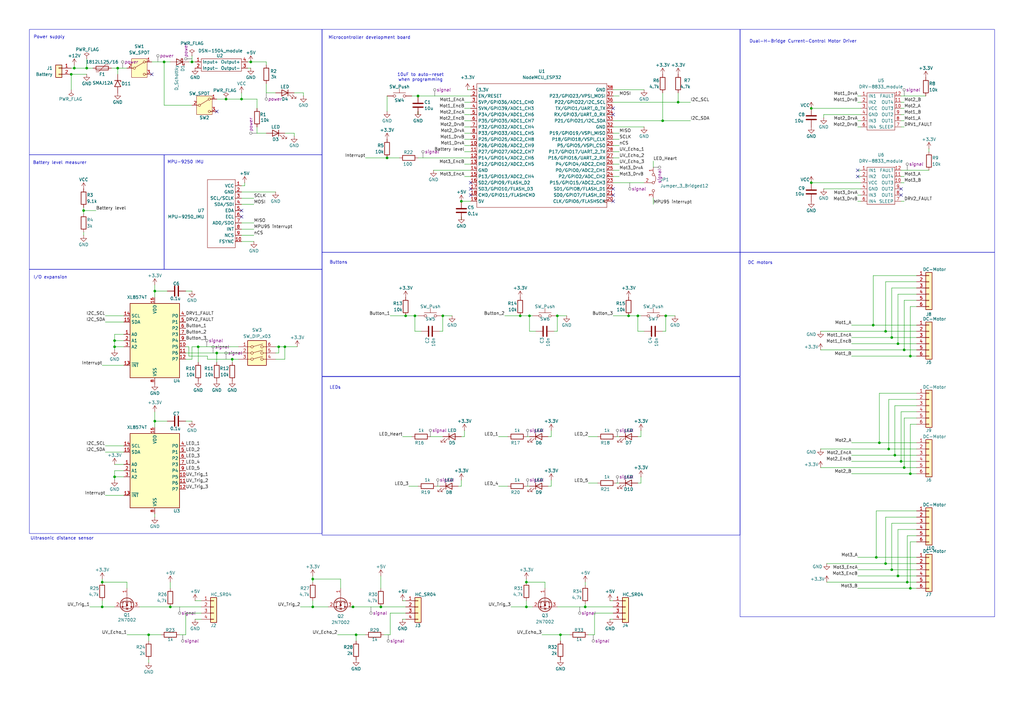
<source format=kicad_sch>
(kicad_sch (version 20231120) (generator "eeschema") (generator_version "8.0")
  (paper "A3")
  (title_block (title "Robot Schematic") (date "2024-05-25") (rev "V6.0") (comment 1 "Irányítás Technika Tanszék") (comment 2 "Neptun: QVFLJH") (comment 3 "Made by: Técsi Zsuzsanna Vilma"))
  (junction (at 92.71 40.64))
  (junction (at 170.18 129.54))
  (junction (at 215.9 238.76))
  (junction (at 273.05 129.54))
  (junction (at 114.3 142.24))
  (junction (at 369.57 189.23))
  (junction (at 368.3 236.22))
  (junction (at 358.14 133.35))
  (junction (at 228.6 129.54))
  (junction (at 171.45 39.37))
  (junction (at 34.29 86.36))
  (junction (at 364.49 184.15))
  (junction (at 370.84 143.51))
  (junction (at 240.03 248.92))
  (junction (at 63.5 172.72))
  (junction (at 278.13 41.91))
  (junction (at 373.38 146.05))
  (junction (at 102.87 25.4))
  (junction (at 215.9 248.92))
  (junction (at 81.28 142.24))
  (junction (at 271.78 49.53))
  (junction (at 29.21 30.48))
  (junction (at 144.78 248.92))
  (junction (at 166.37 129.54))
  (junction (at 217.17 129.54))
  (junction (at 63.5 119.38))
  (junction (at 41.91 248.92))
  (junction (at 363.22 135.89))
  (junction (at 67.31 25.4))
  (junction (at 99.06 40.64))
  (junction (at 95.25 147.32))
  (junction (at 35.56 27.94))
  (junction (at 332.74 74.93))
  (junction (at 370.84 191.77))
  (junction (at 46.99 195.58))
  (junction (at 365.76 233.68))
  (junction (at 146.05 260.35))
  (junction (at 78.74 25.4))
  (junction (at 373.38 194.31))
  (junction (at 360.68 181.61))
  (junction (at 373.38 241.3))
  (junction (at 363.22 231.14))
  (junction (at 181.61 129.54))
  (junction (at 365.76 138.43))
  (junction (at 128.27 248.92))
  (junction (at 88.9 144.78))
  (junction (at 41.91 238.76))
  (junction (at 257.81 129.54))
  (junction (at 48.26 27.94))
  (junction (at 359.41 228.6))
  (junction (at 261.62 129.54))
  (junction (at 46.99 139.7))
  (junction (at 158.75 64.77))
  (junction (at 213.36 129.54))
  (junction (at 332.74 44.45))
  (junction (at 30.48 27.94))
  (junction (at 189.23 82.55))
  (junction (at 368.3 140.97))
  (junction (at 60.96 260.35))
  (junction (at 367.03 186.69))
  (junction (at 46.99 142.24))
  (junction (at 372.11 238.76))
  (junction (at 116.84 142.24))
  (junction (at 156.21 248.92))
  (junction (at 69.85 248.92))
  (junction (at 128.27 237.49))
  (junction (at 229.87 260.35))
  (no_connect (at 193.04 74.93))
  (no_connect (at 251.46 46.99))
  (no_connect (at 88.9 45.72))
  (no_connect (at 251.46 44.45))
  (no_connect (at 251.46 80.01))
  (no_connect (at 351.79 69.85))
  (no_connect (at 99.06 86.36))
  (no_connect (at 62.23 30.48))
  (no_connect (at 369.57 80.01))
  (no_connect (at 351.79 72.39))
  (no_connect (at 251.46 77.47))
  (no_connect (at 193.04 77.47))
  (no_connect (at 193.04 80.01))
  (no_connect (at 99.06 88.9))
  (no_connect (at 251.46 82.55))
  (no_connect (at 369.57 77.47))
  (wire (pts (xy 185.42 129.54) (xy 181.61 129.54)))
  (wire (pts (xy 160.02 251.46) (xy 166.37 251.46)))
  (wire (pts (xy 60.96 260.35) (xy 60.96 262.89)))
  (wire (pts (xy 365.76 118.11) (xy 365.76 138.43)))
  (wire (pts (xy 254 198.12) (xy 252.73 198.12)))
  (wire (pts (xy 105.41 52.07) (xy 105.41 54.61)))
  (wire (pts (xy 232.41 129.54) (xy 228.6 129.54)))
  (wire (pts (xy 190.5 59.69) (xy 193.04 59.69)))
  (wire (pts (xy 251.46 41.91) (xy 278.13 41.91)))
  (wire (pts (xy 262.89 176.53) (xy 262.89 179.07)))
  (wire (pts (xy 157.48 260.35) (xy 160.02 260.35)))
  (wire (pts (xy 364.49 184.15) (xy 375.92 184.15)))
  (wire (pts (xy 144.78 248.92) (xy 156.21 248.92)))
  (wire (pts (xy 120.65 38.1) (xy 124.46 38.1)))
  (wire (pts (xy 349.25 181.61) (xy 360.68 181.61)))
  (wire (pts (xy 363.22 115.57) (xy 375.92 115.57)))
  (wire (pts (xy 351.79 69.85) (xy 353.06 69.85)))
  (wire (pts (xy 52.07 260.35) (xy 60.96 260.35)))
  (wire (pts (xy 41.91 246.38) (xy 41.91 248.92)))
  (wire (pts (xy 190.5 52.07) (xy 193.04 52.07)))
  (wire (pts (xy 50.8 193.04) (xy 46.99 193.04)))
  (wire (pts (xy 254 64.77) (xy 251.46 64.77)))
  (wire (pts (xy 63.5 172.72) (xy 63.5 175.26)))
  (wire (pts (xy 370.84 171.45) (xy 375.92 171.45)))
  (wire (pts (xy 228.6 135.89) (xy 228.6 129.54)))
  (wire (pts (xy 85.09 146.05) (xy 85.09 147.32)))
  (wire (pts (xy 226.06 179.07) (xy 224.79 179.07)))
  (wire (pts (xy 339.09 238.76) (xy 372.11 238.76)))
  (wire (pts (xy 139.7 237.49) (xy 139.7 241.3)))
  (wire (pts (xy 363.22 212.09) (xy 363.22 231.14)))
  (wire (pts (xy 80.01 254) (xy 82.55 254)))
  (wire (pts (xy 271.78 135.89) (xy 273.05 135.89)))
  (wire (pts (xy 370.84 123.19) (xy 370.84 143.51)))
  (wire (pts (xy 116.84 147.32) (xy 116.84 142.24)))
  (wire (pts (xy 336.55 135.89) (xy 363.22 135.89)))
  (wire (pts (xy 215.9 248.92) (xy 218.44 248.92)))
  (wire (pts (xy 223.52 238.76) (xy 215.9 238.76)))
  (wire (pts (xy 69.85 238.76) (xy 69.85 241.3)))
  (wire (pts (xy 332.74 74.93) (xy 353.06 74.93)))
  (wire (pts (xy 363.22 135.89) (xy 375.92 135.89)))
  (wire (pts (xy 34.29 85.09) (xy 34.29 86.36)))
  (wire (pts (xy 189.23 82.55) (xy 193.04 82.55)))
  (wire (pts (xy 172.72 135.89) (xy 170.18 135.89)))
  (wire (pts (xy 358.14 133.35) (xy 375.92 133.35)))
  (wire (pts (xy 364.49 163.83) (xy 375.92 163.83)))
  (wire (pts (xy 128.27 236.22) (xy 128.27 237.49)))
  (wire (pts (xy 50.8 142.24) (xy 46.99 142.24)))
  (wire (pts (xy 128.27 237.49) (xy 128.27 238.76)))
  (wire (pts (xy 41.91 237.49) (xy 41.91 238.76)))
  (wire (pts (xy 180.34 199.39) (xy 179.07 199.39)))
  (wire (pts (xy 369.57 189.23) (xy 375.92 189.23)))
  (wire (pts (xy 367.03 166.37) (xy 367.03 186.69)))
  (wire (pts (xy 43.18 132.08) (xy 50.8 132.08)))
  (wire (pts (xy 365.76 214.63) (xy 365.76 233.68)))
  (wire (pts (xy 99.06 40.64) (xy 105.41 40.64)))
  (wire (pts (xy 215.9 246.38) (xy 215.9 248.92)))
  (wire (pts (xy 190.5 72.39) (xy 193.04 72.39)))
  (wire (pts (xy 60.96 260.35) (xy 66.04 260.35)))
  (wire (pts (xy 262.89 179.07) (xy 261.62 179.07)))
  (wire (pts (xy 241.3 260.35) (xy 243.84 260.35)))
  (wire (pts (xy 223.52 241.3) (xy 223.52 238.76)))
  (wire (pts (xy 369.57 44.45) (xy 370.84 44.45)))
  (wire (pts (xy 160.02 129.54) (xy 166.37 129.54)))
  (wire (pts (xy 99.06 81.28) (xy 104.14 81.28)))
  (wire (pts (xy 368.3 120.65) (xy 368.3 140.97)))
  (wire (pts (xy 360.68 161.29) (xy 375.92 161.29)))
  (wire (pts (xy 63.5 119.38) (xy 63.5 121.92)))
  (wire (pts (xy 373.38 146.05) (xy 375.92 146.05)))
  (wire (pts (xy 373.38 173.99) (xy 375.92 173.99)))
  (wire (pts (xy 46.99 137.16) (xy 46.99 139.7)))
  (wire (pts (xy 165.1 254) (xy 166.37 254)))
  (wire (pts (xy 67.31 25.4) (xy 62.23 25.4)))
  (wire (pts (xy 160.02 260.35) (xy 160.02 251.46)))
  (wire (pts (xy 77.47 25.4) (xy 78.74 25.4)))
  (wire (pts (xy 78.74 147.32) (xy 78.74 142.24)))
  (wire (pts (xy 228.6 248.92) (xy 240.03 248.92)))
  (wire (pts (xy 368.3 236.22) (xy 375.92 236.22)))
  (wire (pts (xy 245.11 179.07) (xy 241.3 179.07)))
  (wire (pts (xy 351.79 228.6) (xy 359.41 228.6)))
  (wire (pts (xy 67.31 43.18) (xy 78.74 43.18)))
  (wire (pts (xy 76.2 172.72) (xy 78.74 172.72)))
  (wire (pts (xy 41.91 149.86) (xy 50.8 149.86)))
  (wire (pts (xy 250.19 246.38) (xy 251.46 246.38)))
  (wire (pts (xy 332.74 44.45) (xy 353.06 44.45)))
  (wire (pts (xy 262.89 195.58) (xy 262.89 198.12)))
  (wire (pts (xy 254 67.31) (xy 251.46 67.31)))
  (wire (pts (xy 166.37 129.54) (xy 170.18 129.54)))
  (wire (pts (xy 109.22 38.1) (xy 113.03 38.1)))
  (wire (pts (xy 180.34 135.89) (xy 181.61 135.89)))
  (wire (pts (xy 189.23 196.85) (xy 189.23 199.39)))
  (wire (pts (xy 138.43 260.35) (xy 146.05 260.35)))
  (wire (pts (xy 143.51 248.92) (xy 144.78 248.92)))
  (wire (pts (xy 30.48 27.94) (xy 35.56 27.94)))
  (wire (pts (xy 68.58 172.72) (xy 63.5 172.72)))
  (wire (pts (xy 29.21 30.48) (xy 35.56 30.48)))
  (wire (pts (xy 189.23 199.39) (xy 187.96 199.39)))
  (wire (pts (xy 171.45 46.99) (xy 171.45 45.72)))
  (wire (pts (xy 43.18 203.2) (xy 50.8 203.2)))
  (wire (pts (xy 240.03 248.92) (xy 251.46 248.92)))
  (wire (pts (xy 368.3 120.65) (xy 375.92 120.65)))
  (wire (pts (xy 76.2 251.46) (xy 76.2 260.35)))
  (wire (pts (xy 251.46 49.53) (xy 271.78 49.53)))
  (wire (pts (xy 114.3 142.24) (xy 113.03 142.24)))
  (wire (pts (xy 254 72.39) (xy 251.46 72.39)))
  (wire (pts (xy 208.28 199.39) (xy 204.47 199.39)))
  (wire (pts (xy 105.41 54.61) (xy 109.22 54.61)))
  (wire (pts (xy 88.9 144.78) (xy 88.9 148.59)))
  (wire (pts (xy 360.68 161.29) (xy 360.68 181.61)))
  (wire (pts (xy 217.17 129.54) (xy 218.44 129.54)))
  (wire (pts (xy 39.37 86.36) (xy 34.29 86.36)))
  (wire (pts (xy 251.46 57.15) (xy 254 57.15)))
  (wire (pts (xy 227.33 135.89) (xy 228.6 135.89)))
  (wire (pts (xy 217.17 199.39) (xy 215.9 199.39)))
  (wire (pts (xy 52.07 241.3) (xy 52.07 238.76)))
  (wire (pts (xy 78.74 22.86) (xy 78.74 25.4)))
  (wire (pts (xy 369.57 39.37) (xy 379.73 39.37)))
  (wire (pts (xy 46.99 139.7) (xy 46.99 142.24)))
  (wire (pts (xy 109.22 25.4) (xy 102.87 25.4)))
  (wire (pts (xy 373.38 222.25) (xy 375.92 222.25)))
  (wire (pts (xy 373.38 125.73) (xy 375.92 125.73)))
  (wire (pts (xy 190.5 46.99) (xy 193.04 46.99)))
  (wire (pts (xy 116.84 54.61) (xy 120.65 54.61)))
  (wire (pts (xy 369.57 72.39) (xy 370.84 72.39)))
  (wire (pts (xy 349.25 138.43) (xy 365.76 138.43)))
  (wire (pts (xy 36.83 248.92) (xy 41.91 248.92)))
  (wire (pts (xy 359.41 209.55) (xy 359.41 228.6)))
  (wire (pts (xy 349.25 189.23) (xy 369.57 189.23)))
  (wire (pts (xy 336.55 191.77) (xy 370.84 191.77)))
  (wire (pts (xy 351.79 72.39) (xy 353.06 72.39)))
  (wire (pts (xy 30.48 27.94) (xy 29.21 27.94)))
  (wire (pts (xy 92.71 40.64) (xy 99.06 40.64)))
  (wire (pts (xy 370.84 143.51) (xy 375.92 143.51)))
  (wire (pts (xy 99.06 78.74) (xy 113.03 78.74)))
  (wire (pts (xy 251.46 129.54) (xy 257.81 129.54)))
  (wire (pts (xy 116.84 142.24) (xy 114.3 142.24)))
  (wire (pts (xy 50.8 190.5) (xy 46.99 190.5)))
  (wire (pts (xy 76.2 119.38) (xy 78.74 119.38)))
  (wire (pts (xy 99.06 38.1) (xy 99.06 40.64)))
  (wire (pts (xy 168.91 39.37) (xy 171.45 39.37)))
  (wire (pts (xy 363.22 115.57) (xy 363.22 135.89)))
  (wire (pts (xy 229.87 260.35) (xy 229.87 262.89)))
  (wire (pts (xy 35.56 27.94) (xy 38.1 27.94)))
  (wire (pts (xy 177.8 69.85) (xy 193.04 69.85)))
  (wire (pts (xy 99.06 96.52) (xy 104.14 96.52)))
  (wire (pts (xy 189.23 90.17) (xy 189.23 88.9)))
  (wire (pts (xy 251.46 54.61) (xy 254 54.61)))
  (wire (pts (xy 349.25 133.35) (xy 358.14 133.35)))
  (wire (pts (xy 381 60.96) (xy 381 62.23)))
  (wire (pts (xy 77.47 146.05) (xy 85.09 146.05)))
  (wire (pts (xy 359.41 228.6) (xy 375.92 228.6)))
  (wire (pts (xy 63.5 168.91) (xy 63.5 172.72)))
  (wire (pts (xy 209.55 248.92) (xy 215.9 248.92)))
  (wire (pts (xy 271.78 49.53) (xy 283.21 49.53)))
  (wire (pts (xy 360.68 181.61) (xy 375.92 181.61)))
  (wire (pts (xy 336.55 143.51) (xy 370.84 143.51)))
  (wire (pts (xy 278.13 38.1) (xy 278.13 41.91)))
  (wire (pts (xy 271.78 38.1) (xy 271.78 49.53)))
  (wire (pts (xy 85.09 147.32) (xy 95.25 147.32)))
  (wire (pts (xy 88.9 40.64) (xy 92.71 40.64)))
  (wire (pts (xy 189.23 179.07) (xy 190.5 179.07)))
  (wire (pts (xy 69.85 248.92) (xy 82.55 248.92)))
  (wire (pts (xy 77.47 142.24) (xy 77.47 146.05)))
  (wire (pts (xy 261.62 135.89) (xy 261.62 129.54)))
  (wire (pts (xy 165.1 179.07) (xy 168.91 179.07)))
  (wire (pts (xy 156.21 248.92) (xy 166.37 248.92)))
  (wire (pts (xy 158.75 64.77) (xy 163.83 64.77)))
  (wire (pts (xy 128.27 237.49) (xy 139.7 237.49)))
  (wire (pts (xy 267.97 81.28) (xy 267.97 83.82)))
  (wire (pts (xy 373.38 125.73) (xy 373.38 146.05)))
  (wire (pts (xy 337.82 48.26) (xy 337.82 46.99)))
  (wire (pts (xy 245.11 198.12) (xy 241.3 198.12)))
  (wire (pts (xy 171.45 64.77) (xy 193.04 64.77)))
  (wire (pts (xy 190.5 41.91) (xy 193.04 41.91)))
  (wire (pts (xy 102.87 27.94) (xy 101.6 27.94)))
  (wire (pts (xy 120.65 54.61) (xy 120.65 55.88)))
  (wire (pts (xy 365.76 138.43) (xy 375.92 138.43)))
  (wire (pts (xy 69.85 25.4) (xy 67.31 25.4)))
  (wire (pts (xy 95.25 147.32) (xy 97.79 147.32)))
  (wire (pts (xy 370.84 171.45) (xy 370.84 191.77)))
  (wire (pts (xy 114.3 144.78) (xy 114.3 142.24)))
  (wire (pts (xy 104.14 99.06) (xy 99.06 99.06)))
  (wire (pts (xy 359.41 209.55) (xy 375.92 209.55)))
  (wire (pts (xy 190.5 62.23) (xy 193.04 62.23)))
  (wire (pts (xy 76.2 251.46) (xy 82.55 251.46)))
  (wire (pts (xy 170.18 129.54) (xy 171.45 129.54)))
  (wire (pts (xy 351.79 39.37) (xy 353.06 39.37)))
  (wire (pts (xy 349.25 186.69) (xy 367.03 186.69)))
  (wire (pts (xy 73.66 260.35) (xy 76.2 260.35)))
  (wire (pts (xy 351.79 236.22) (xy 368.3 236.22)))
  (wire (pts (xy 365.76 233.68) (xy 375.92 233.68)))
  (wire (pts (xy 34.29 86.36) (xy 34.29 87.63)))
  (wire (pts (xy 368.3 140.97) (xy 375.92 140.97)))
  (wire (pts (xy 264.16 36.83) (xy 251.46 36.83)))
  (wire (pts (xy 208.28 179.07) (xy 204.47 179.07)))
  (wire (pts (xy 99.06 83.82) (xy 104.14 83.82)))
  (wire (pts (xy 43.18 129.54) (xy 50.8 129.54)))
  (wire (pts (xy 369.57 69.85) (xy 381 69.85)))
  (wire (pts (xy 262.89 198.12) (xy 261.62 198.12)))
  (wire (pts (xy 365.76 214.63) (xy 375.92 214.63)))
  (wire (pts (xy 156.21 236.22) (xy 156.21 241.3)))
  (wire (pts (xy 80.01 246.38) (xy 82.55 246.38)))
  (wire (pts (xy 373.38 241.3) (xy 373.38 222.25)))
  (wire (pts (xy 63.5 119.38) (xy 68.58 119.38)))
  (wire (pts (xy 219.71 135.89) (xy 217.17 135.89)))
  (wire (pts (xy 243.84 260.35) (xy 243.84 251.46)))
  (wire (pts (xy 190.5 54.61) (xy 193.04 54.61)))
  (wire (pts (xy 373.38 194.31) (xy 375.92 194.31)))
  (wire (pts (xy 45.72 27.94) (xy 48.26 27.94)))
  (wire (pts (xy 351.79 80.01) (xy 353.06 80.01)))
  (wire (pts (xy 222.25 260.35) (xy 229.87 260.35)))
  (wire (pts (xy 351.79 233.68) (xy 365.76 233.68)))
  (wire (pts (xy 217.17 135.89) (xy 217.17 129.54)))
  (wire (pts (xy 261.62 129.54) (xy 262.89 129.54)))
  (wire (pts (xy 351.79 241.3) (xy 373.38 241.3)))
  (wire (pts (xy 251.46 59.69) (xy 254 59.69)))
  (wire (pts (xy 373.38 173.99) (xy 373.38 194.31)))
  (wire (pts (xy 46.99 142.24) (xy 46.99 143.51)))
  (wire (pts (xy 351.79 52.07) (xy 353.06 52.07)))
  (wire (pts (xy 57.15 248.92) (xy 69.85 248.92)))
  (wire (pts (xy 254 179.07) (xy 252.73 179.07)))
  (wire (pts (xy 370.84 82.55) (xy 369.57 82.55)))
  (wire (pts (xy 50.8 137.16) (xy 46.99 137.16)))
  (wire (pts (xy 351.79 49.53) (xy 353.06 49.53)))
  (wire (pts (xy 113.03 147.32) (xy 116.84 147.32)))
  (wire (pts (xy 369.57 46.99) (xy 370.84 46.99)))
  (wire (pts (xy 213.36 129.54) (xy 217.17 129.54)))
  (wire (pts (xy 264.16 135.89) (xy 261.62 135.89)))
  (wire (pts (xy 372.11 219.71) (xy 375.92 219.71)))
  (wire (pts (xy 226.06 196.85) (xy 226.06 199.39)))
  (wire (pts (xy 43.18 182.88) (xy 50.8 182.88)))
  (wire (pts (xy 50.8 195.58) (xy 46.99 195.58)))
  (wire (pts (xy 369.57 74.93) (xy 370.84 74.93)))
  (wire (pts (xy 43.18 185.42) (xy 50.8 185.42)))
  (wire (pts (xy 369.57 168.91) (xy 375.92 168.91)))
  (wire (pts (xy 46.99 195.58) (xy 46.99 196.85)))
  (wire (pts (xy 29.21 36.83) (xy 29.21 30.48)))
  (wire (pts (xy 368.3 236.22) (xy 368.3 217.17)))
  (wire (pts (xy 35.56 24.13) (xy 35.56 27.94)))
  (wire (pts (xy 128.27 248.92) (xy 134.62 248.92)))
  (wire (pts (xy 337.82 77.47) (xy 353.06 77.47)))
  (wire (pts (xy 50.8 139.7) (xy 46.99 139.7)))
  (wire (pts (xy 251.46 39.37) (xy 254 39.37)))
  (wire (pts (xy 81.28 142.24) (xy 81.28 148.59)))
  (wire (pts (xy 358.14 113.03) (xy 375.92 113.03)))
  (wire (pts (xy 176.53 179.07) (xy 181.61 179.07)))
  (wire (pts (xy 190.5 57.15) (xy 193.04 57.15)))
  (wire (pts (xy 367.03 186.69) (xy 375.92 186.69)))
  (wire (pts (xy 76.2 147.32) (xy 78.74 147.32)))
  (wire (pts (xy 78.74 25.4) (xy 80.01 25.4)))
  (wire (pts (xy 76.2 144.78) (xy 88.9 144.78)))
  (wire (pts (xy 229.87 260.35) (xy 233.68 260.35)))
  (wire (pts (xy 190.5 67.31) (xy 193.04 67.31)))
  (wire (pts (xy 171.45 199.39) (xy 167.64 199.39)))
  (wire (pts (xy 217.17 179.07) (xy 215.9 179.07)))
  (wire (pts (xy 60.96 270.51) (xy 60.96 271.78)))
  (wire (pts (xy 336.55 184.15) (xy 364.49 184.15)))
  (wire (pts (xy 146.05 260.35) (xy 149.86 260.35)))
  (wire (pts (xy 363.22 212.09) (xy 375.92 212.09)))
  (wire (pts (xy 63.5 116.84) (xy 63.5 119.38)))
  (wire (pts (xy 240.03 238.76) (xy 240.03 240.03)))
  (wire (pts (xy 67.31 43.18) (xy 67.31 25.4)))
  (wire (pts (xy 99.06 76.2) (xy 100.33 76.2)))
  (wire (pts (xy 123.19 248.92) (xy 128.27 248.92)))
  (wire (pts (xy 105.41 40.64) (xy 105.41 44.45)))
  (wire (pts (xy 104.14 93.98) (xy 99.06 93.98)))
  (wire (pts (xy 226.06 199.39) (xy 224.79 199.39)))
  (wire (pts (xy 364.49 163.83) (xy 364.49 184.15)))
  (wire (pts (xy 349.25 194.31) (xy 373.38 194.31)))
  (wire (pts (xy 34.29 95.25) (xy 34.29 96.52)))
  (wire (pts (xy 191.77 36.83) (xy 193.04 36.83)))
  (wire (pts (xy 48.26 27.94) (xy 48.26 30.48)))
  (wire (pts (xy 370.84 52.07) (xy 369.57 52.07)))
  (wire (pts (xy 254 62.23) (xy 251.46 62.23)))
  (wire (pts (xy 264.16 52.07) (xy 251.46 52.07)))
  (wire (pts (xy 113.03 144.78) (xy 114.3 144.78)))
  (wire (pts (xy 367.03 166.37) (xy 375.92 166.37)))
  (wire (pts (xy 339.09 231.14) (xy 363.22 231.14)))
  (wire (pts (xy 76.2 142.24) (xy 77.47 142.24)))
  (wire (pts (xy 276.86 129.54) (xy 273.05 129.54)))
  (wire (pts (xy 351.79 82.55) (xy 353.06 82.55)))
  (wire (pts (xy 349.25 146.05) (xy 373.38 146.05)))
  (wire (pts (xy 257.81 129.54) (xy 261.62 129.54)))
  (wire (pts (xy 337.82 46.99) (xy 353.06 46.99)))
  (wire (pts (xy 207.01 129.54) (xy 213.36 129.54)))
  (wire (pts (xy 267.97 66.04) (xy 267.97 68.58)))
  (wire (pts (xy 41.91 248.92) (xy 46.99 248.92)))
  (wire (pts (xy 190.5 49.53) (xy 193.04 49.53)))
  (wire (pts (xy 273.05 135.89) (xy 273.05 129.54)))
  (wire (pts (xy 109.22 26.67) (xy 109.22 25.4)))
  (wire (pts (xy 128.27 246.38) (xy 128.27 248.92)))
  (wire (pts (xy 30.48 26.67) (xy 30.48 27.94)))
  (wire (pts (xy 372.11 238.76) (xy 375.92 238.76)))
  (wire (pts (xy 124.46 38.1) (xy 124.46 39.37)))
  (wire (pts (xy 351.79 41.91) (xy 353.06 41.91)))
  (wire (pts (xy 109.22 34.29) (xy 109.22 38.1)))
  (wire (pts (xy 368.3 217.17) (xy 375.92 217.17)))
  (wire (pts (xy 240.03 247.65) (xy 240.03 248.92)))
  (wire (pts (xy 370.84 191.77) (xy 375.92 191.77)))
  (wire (pts (xy 63.5 210.82) (xy 63.5 212.09)))
  (wire (pts (xy 251.46 74.93) (xy 264.16 74.93)))
  (wire (pts (xy 369.57 168.91) (xy 369.57 189.23)))
  (wire (pts (xy 48.26 27.94) (xy 52.07 27.94)))
  (wire (pts (xy 373.38 241.3) (xy 375.92 241.3)))
  (wire (pts (xy 370.84 123.19) (xy 375.92 123.19)))
  (wire (pts (xy 88.9 144.78) (xy 97.79 144.78)))
  (wire (pts (xy 243.84 251.46) (xy 251.46 251.46)))
  (wire (pts (xy 78.74 142.24) (xy 81.28 142.24)))
  (wire (pts (xy 190.5 44.45) (xy 193.04 44.45)))
  (wire (pts (xy 254 69.85) (xy 251.46 69.85)))
  (wire (pts (xy 369.57 41.91) (xy 370.84 41.91)))
  (wire (pts (xy 250.19 254) (xy 251.46 254)))
  (wire (pts (xy 363.22 231.14) (xy 375.92 231.14)))
  (wire (pts (xy 358.14 113.03) (xy 358.14 133.35)))
  (wire (pts (xy 116.84 142.24) (xy 121.92 142.24)))
  (wire (pts (xy 372.11 238.76) (xy 372.11 219.71)))
  (wire (pts (xy 81.28 142.24) (xy 97.79 142.24)))
  (wire (pts (xy 99.06 91.44) (xy 104.14 91.44)))
  (wire (pts (xy 215.9 237.49) (xy 215.9 238.76)))
  (wire (pts (xy 52.07 238.76) (xy 41.91 238.76)))
  (wire (pts (xy 95.25 148.59) (xy 95.25 147.32)))
  (wire (pts (xy 149.86 64.77) (xy 158.75 64.77)))
  (wire (pts (xy 181.61 135.89) (xy 181.61 129.54)))
  (wire (pts (xy 171.45 39.37) (xy 193.04 39.37)))
  (wire (pts (xy 46.99 193.04) (xy 46.99 195.58)))
  (wire (pts (xy 102.87 25.4) (xy 101.6 25.4)))
  (wire (pts (xy 100.33 76.2) (xy 100.33 74.93)))
  (wire (pts (xy 369.57 49.53) (xy 370.84 49.53)))
  (wire (pts (xy 190.5 179.07) (xy 190.5 176.53)))
  (wire (pts (xy 158.75 45.72) (xy 158.75 39.37)))
  (wire (pts (xy 365.76 118.11) (xy 375.92 118.11)))
  (wire (pts (xy 349.25 140.97) (xy 368.3 140.97)))
  (wire (pts (xy 170.18 135.89) (xy 170.18 129.54)))
  (wire (pts (xy 226.06 176.53) (xy 226.06 179.07)))
  (wire (pts (xy 146.05 260.35) (xy 146.05 262.89)))
  (wire (pts (xy 278.13 41.91) (xy 283.21 41.91)))
  (wire (pts (xy 165.1 246.38) (xy 166.37 246.38)))
  (rectangle (start 132.08 154.559) (end 303.53 219.456))
  (rectangle (start 303.53 103.505) (end 407.924 252.984))
  (rectangle (start 67.31 63.5) (end 132.08 110.49))
  (rectangle (start 303.53 12.065) (end 407.924 103.505))
  (rectangle (start 132.08 12.065) (end 303.53 103.505))
  (rectangle (start 12.065 63.5) (end 67.31 110.49))
  (rectangle (start 12.065 12.065) (end 132.08 63.5))
  (rectangle (start 12.065 110.49) (end 132.08 218.821))
  (rectangle (start 132.08 103.505) (end 303.53 154.305))
  (text "Ultrasonic distance sensor" (at 12.446 221.615 0) (effects (font (size 1.27 1.27)) (justify left bottom)))
  (text "LEDs\n" (at 135.128 159.766 0) (effects (font (size 1.27 1.27)) (justify left bottom)))
  (text "I/O expansion\n" (at 13.716 114.554 0) (effects (font (size 1.27 1.27)) (justify left bottom)))
  (text "Power supply" (at 13.716 16.002 0) (effects (font (size 1.27 1.27)) (justify left bottom)))
  (text "DC motors\n" (at 306.705 108.585 0) (effects (font (size 1.27 1.27)) (justify left bottom)))
  (text "Microcontroller development board" (at 134.62 16.256 0) (effects (font (size 1.27 1.27)) (justify left bottom)))
  (text "10uF to auto-reset\nwhen programming" (at 172.466 31.75 0) (effects (font (size 1.27 1.27))))
  (text "MPU-9250 IMU" (at 68.58 67.31 0) (effects (font (size 1.27 1.27)) (justify left bottom)))
  (text "Dual-H-Bridge Current-Control Motor Driver\n" (at 307.34 17.78 0) (effects (font (size 1.27 1.27)) (justify left bottom)))
  (text "Battery level measurer\n" (at 13.462 67.564 0) (effects (font (size 1.27 1.27)) (justify left bottom)))
  (text "Buttons\n" (at 135.128 108.458 0) (effects (font (size 1.27 1.27)) (justify left bottom)))
  (label "Mot1_EncA" (at 349.25 138.43 180))
  (label "Mot2_B" (at 349.25 194.31 180))
  (label "UV_Trig_3" (at 209.55 248.92 180))
  (label "Mot2_EncB" (at 190.5 49.53 180))
  (label "UV_Echo_2" (at 254 64.77 0))
  (label "DRV2_FAULT" (at 370.84 82.55 0))
  (label "Mot1_EncB" (at 190.5 44.45 180))
  (label "UV_Trig_1" (at 36.83 248.92 180))
  (label "Button_1" (at 160.02 129.54 180))
  (label "Mot3_DrvA" (at 254 69.85 0))
  (label "Mot3_EncB" (at 351.79 236.22 180))
  (label "Mot2_EncB" (at 349.25 189.23 180))
  (label "LED_Heart" (at 165.1 179.07 180))
  (label "Mot2_EncA" (at 190.5 46.99 180))
  (label "Mot2_DrvB" (at 190.5 52.07 180))
  (label "nCS" (at 104.14 96.52 0))
  (label "UV_Echo_1" (at 52.07 260.35 180))
  (label "LED_1" (at 204.47 179.07 180))
  (label "Mot1_A" (at 370.84 49.53 0))
  (label "Mot3_A" (at 370.84 72.39 0))
  (label "LED_2" (at 241.3 179.07 180))
  (label "UV_Trig_1" (at 76.2 195.58 0))
  (label "LED_1" (at 76.2 182.88 0))
  (label "LED_5" (at 241.3 198.12 180))
  (label "MOSI" (at 104.14 83.82 0))
  (label "Mot3_DrvB" (at 254 72.39 0))
  (label "Mot3_B" (at 351.79 241.3 180))
  (label "Button_3" (at 76.2 139.7 0))
  (label "LED_4" (at 76.2 190.5 0))
  (label "UV_Trig_2" (at 123.19 248.92 180))
  (label "DRV2_FAULT" (at 76.2 132.08 0))
  (label "Button_3" (at 251.46 129.54 180))
  (label "Mot1_DrvB" (at 190.5 57.15 180))
  (label "Mot2_DrvA" (at 351.79 49.53 180))
  (label "Battery level" (at 190.5 62.23 180))
  (label "Mot2_B" (at 370.84 41.91 0))
  (label "Mot3_EncA" (at 190.5 72.39 180))
  (label "Mot1_DrvA" (at 190.5 59.69 180))
  (label "Mot3_EncA" (at 351.79 233.68 180))
  (label "Mot3_B" (at 370.84 74.93 0))
  (label "UV_Trig_3" (at 76.2 200.66 0))
  (label "Mot3_A" (at 351.79 228.6 180))
  (label "I2C_SCL" (at 283.21 41.91 0))
  (label "Mot2_DrvA" (at 190.5 54.61 180))
  (label "Mot1_EncB" (at 349.25 140.97 180))
  (label "UV_Trig_2" (at 76.2 198.12 0))
  (label "DRV1_FAULT" (at 76.2 129.54 0))
  (label "Mot1_DrvB" (at 351.79 41.91 180))
  (label "MPU95 interrupt" (at 104.14 93.98 0))
  (label "UV_Echo_2" (at 138.43 260.35 180))
  (label "UV_Echo_3" (at 254 67.31 0))
  (label "DRV1_FAULT" (at 370.84 52.07 0))
  (label "LED_5" (at 76.2 193.04 0))
  (label "Mot1_DrvA" (at 351.79 39.37 180))
  (label "LED_3" (at 167.64 199.39 180))
  (label "MOSI" (at 254 39.37 0))
  (label "Mot3_DrvB" (at 351.79 82.55 180))
  (label "SCLK" (at 104.14 81.28 0))
  (label "Button_1" (at 76.2 134.62 0))
  (label "I2C_SDA" (at 43.18 185.42 180))
  (label "LED_2" (at 76.2 185.42 0))
  (label "MPU95 interrupt" (at 267.97 83.82 0))
  (label "Mot1_A" (at 349.25 133.35 180))
  (label "Mot2_A" (at 349.25 181.61 180))
  (label "Mot2_A" (at 370.84 44.45 0))
  (label "LED_Heart" (at 267.97 66.04 0))
  (label "Interrupt" (at 43.18 203.2 180))
  (label "Mot1_B" (at 370.84 46.99 0))
  (label "Button_2" (at 207.01 129.54 180))
  (label "UV_Echo_1" (at 254 62.23 0))
  (label "Mot3_DrvA" (at 351.79 80.01 180))
  (label "I2C_SDA" (at 283.21 49.53 0))
  (label "Button_2" (at 76.2 137.16 0))
  (label "Mot2_DrvB" (at 351.79 52.07 180))
  (label "LED_4" (at 204.47 199.39 180))
  (label "Mot3_EncB" (at 190.5 67.31 180))
  (label "I2C_SCL" (at 43.18 129.54 180))
  (label "Mot1_EncA" (at 190.5 41.91 180))
  (label "I2C_SDA" (at 43.18 132.08 180))
  (label "Battery level" (at 39.37 86.36 0))
  (label "UV_Echo_3" (at 222.25 260.35 180))
  (label "nCS" (at 254 59.69 0))
  (label "Interrupt" (at 149.86 64.77 180))
  (label "MISO" (at 254 54.61 0))
  (label "MISO" (at 104.14 91.44 0))
  (label "LED_3" (at 76.2 187.96 0))
  (label "I2C_SCL" (at 43.18 182.88 180))
  (label "SCLK" (at 254 57.15 0))
  (label "Mot1_B" (at 349.25 146.05 180))
  (label "Mot2_EncA" (at 349.25 186.69 180))
  (label "Interrupt" (at 41.91 149.86 180))
  (netclass_flag "" (length 2.54) (shape round) (at 258.318 74.93 180) (property "Netclass" "signal" (at 259.0165 77.47 0) (effects (font (italic yes)) (justify left))))
  (netclass_flag "" (length 2.54) (shape round) (at 267.97 68.58 270) (property "Netclass" "signal" (at 270.51 69.2785 90) (effects (font (italic yes)) (justify right))))
  (netclass_flag "" (length 2.54) (shape round) (at 152.146 248.92 180) (property "Netclass" "signal" (at 152.8445 251.46 0) (effects (font (italic yes)) (justify left))))
  (netclass_flag "" (length 2.54) (shape round) (at 253.238 179.07 0) (property "Netclass" "signal" (at 253.9365 176.53 0) (effects (font (italic yes)) (justify left))))
  (netclass_flag "" (length 2.54) (shape round) (at 105.41 54.61 90) (property "Netclass" "power" (at 102.87 53.9115 90) (effects (font (italic yes)) (justify left))))
  (netclass_flag "" (length 2.54) (shape round) (at 92.71 147.32 0) (property "Netclass" "signal" (at 93.4085 144.78 0) (effects (font (italic yes)) (justify left))))
  (netclass_flag "" (length 2.54) (shape round) (at 74.93 260.35 180) (property "Netclass" "signal" (at 75.6285 262.89 0) (effects (font (italic yes)) (justify left))))
  (netclass_flag "" (length 2.54) (shape round) (at 64.77 25.4 0) (property "Netclass" "power" (at 65.4685 22.86 0) (effects (font (italic yes)) (justify left))))
  (netclass_flag "" (length 2.54) (shape round) (at 73.66 248.92 180) (property "Netclass" "signal" (at 74.3585 251.46 0) (effects (font (italic yes)) (justify left))))
  (netclass_flag "" (length 2.54) (shape round) (at 216.408 179.07 0) (property "Netclass" "signal" (at 217.1065 176.53 0) (effects (font (italic yes)) (justify left))))
  (netclass_flag "" (length 2.54) (shape round) (at 216.408 199.39 0) (property "Netclass" "signal" (at 217.1065 196.85 0) (effects (font (italic yes)) (justify left))))
  (netclass_flag "" (length 2.54) (shape round) (at 176.53 179.07 0) (property "Netclass" "signal" (at 177.2285 176.53 0) (effects (font (italic yes)) (justify left))))
  (netclass_flag "" (length 2.54) (shape round) (at 87.376 144.78 0) (property "Netclass" "signal" (at 88.0745 142.24 0) (effects (font (italic yes)) (justify left))))
  (netclass_flag "" (length 2.54) (shape round) (at 109.22 38.1 180) (property "Netclass" "power" (at 109.9185 40.64 0) (effects (font (italic yes)) (justify left))))
  (netclass_flag "" (length 2.54) (shape round) (at 173.482 64.77 0) (property "Netclass" "signal" (at 174.1805 62.23 0) (effects (font (italic yes)) (justify left))))
  (netclass_flag "" (length 2.54) (shape round) (at 159.258 260.35 180) (property "Netclass" "signal" (at 159.9565 262.89 0) (effects (font (italic yes)) (justify left))))
  (netclass_flag "" (length 2.54) (shape round) (at 84.836 142.24 0) (property "Netclass" "signal" (at 85.5345 139.7 0) (effects (font (italic yes)) (justify left))))
  (netclass_flag "" (length 2.54) (shape round) (at 178.308 39.37 0) (property "Netclass" "signal" (at 179.0065 36.83 0) (effects (font (italic yes)) (justify left))))
  (netclass_flag "" (length 2.54) (shape round) (at 372.11 69.85 0) (property "Netclass" "signal" (at 372.8085 67.31 0) (effects (font (italic yes)) (justify left))))
  (netclass_flag "" (length 2.54) (shape round) (at 78.74 24.13 90) (property "Netclass" "power" (at 76.2 23.4315 90) (effects (font (italic yes)) (justify left))))
  (netclass_flag "" (length 2.54) (shape round) (at 237.744 248.92 180) (property "Netclass" "signal" (at 238.4425 251.46 0) (effects (font (italic yes)) (justify left))))
  (netclass_flag "" (length 2.54) (shape round) (at 253.238 198.12 0) (property "Netclass" "signal" (at 253.9365 195.58 0) (effects (font (italic yes)) (justify left))))
  (netclass_flag "" (length 2.54) (shape round) (at 243.332 260.35 180) (property "Netclass" "signal" (at 244.0305 262.89 0) (effects (font (italic yes)) (justify left))))
  (netclass_flag "" (length 2.54) (shape round) (at 50.292 27.94 0) (property "Netclass" "power" (at 50.9905 25.4 0) (effects (font (italic yes)) (justify left))))
  (netclass_flag "" (length 2.54) (shape round) (at 179.578 199.39 0) (property "Netclass" "signal" (at 180.2765 196.85 0) (effects (font (italic yes)) (justify left))))
  (netclass_flag "" (length 2.54) (shape round) (at 370.84 39.37 0) (property "Netclass" "signal" (at 371.5385 36.83 0) (effects (font (italic yes)) (justify left))))
  (symbol (lib_id "power:VCC") (at 332.74 74.93 0) (unit 1)
    (property "Reference" "#PWR055" (effects (hide yes)))
    (property "Value" "VCC" (at 330.2 73.66 0))
    (property "Description" "Power symbol creates a global label with name \"VCC\"" (effects (hide yes)))
  )
  (symbol (lib_id "power:GND") (at 339.09 231.14 0) (unit 1)
    (property "Reference" "#PWR060" (effects (hide yes)))
    (property "Value" "GND" (at 335.28 232.41 0))
    (property "Description" "Power symbol creates a global label with name \"GND\" , ground" (effects (hide yes)))
  )
  (symbol (lib_id "Device:C") (at 267.97 135.89 90) (unit 1)
    (property "Reference" "C4" (at 266.7 140.97 0) (effects (justify left)))
    (property "Value" "10n" (at 269.24 142.24 0) (effects (justify left)))
    (property "Footprint" "Capacitor_SMD:C_0805_2012Metric_Pad1.18x1.45mm_HandSolder" (effects (hide yes)))
    (property "Description" "Unpolarized capacitor" (effects (hide yes)))
  )
  (symbol (lib_id "Device:R") (at 237.49 260.35 90) (mirror x) (unit 1)
    (property "Reference" "R33" (at 239.395 258.445 90) (effects (justify left)))
    (property "Value" "1k" (at 238.76 262.255 90) (effects (justify left)))
    (property "Footprint" "Resistor_SMD:R_0805_2012Metric_Pad1.20x1.40mm_HandSolder" (effects (hide yes)))
    (property "Description" "Resistor" (effects (hide yes)))
  )
  (symbol (lib_id "power:+3.3V") (at 226.06 176.53 0) (unit 1)
    (property "Reference" "#PWR011" (effects (hide yes)))
    (property "Value" "+3.3V" (at 226.06 172.72 0))
    (property "Description" "Power symbol creates a global label with name \"+3.3V\"" (effects (hide yes)))
  )
  (symbol (lib_id "Device:C") (at 189.23 86.36 0) (unit 1)
    (property "Reference" "C5" (at 191.77 85.09 0) (effects (justify left)))
    (property "Value" "0.1u" (at 191.77 87.63 0) (effects (justify left)))
    (property "Footprint" "Capacitor_SMD:C_0805_2012Metric_Pad1.18x1.45mm_HandSolder" (effects (hide yes)))
    (property "Description" "Unpolarized capacitor" (effects (hide yes)))
  )
  (symbol (lib_id "power:+3.3V") (at 336.55 191.77 0) (unit 1)
    (property "Reference" "#PWR059" (effects (hide yes)))
    (property "Value" "+3.3V" (at 332.74 190.5 0))
    (property "Description" "Power symbol creates a global label with name \"+3.3V\"" (effects (hide yes)))
  )
  (symbol (lib_id "power:+5V") (at 165.1 246.38 0) (unit 1)
    (property "Reference" "#PWR048" (effects (hide yes)))
    (property "Value" "+5V" (at 165.1 242.57 0))
    (property "Description" "Power symbol creates a global label with name \"+5V\"" (effects (hide yes)))
  )
  (symbol (lib_id "power:GND") (at 171.45 45.72 0) (unit 1)
    (property "Reference" "#PWR028" (effects (hide yes)))
    (property "Value" "GND" (at 171.45 49.53 0))
    (property "Description" "Power symbol creates a global label with name \"GND\" , ground" (effects (hide yes)))
  )
  (symbol (lib_id "Device:R") (at 69.85 260.35 90) (mirror x) (unit 1)
    (property "Reference" "R23" (at 71.755 258.445 90) (effects (justify left)))
    (property "Value" "1k" (at 71.12 262.255 90) (effects (justify left)))
    (property "Footprint" "Resistor_SMD:R_0805_2012Metric_Pad1.20x1.40mm_HandSolder" (effects (hide yes)))
    (property "Description" "Resistor" (effects (hide yes)))
  )
  (symbol (lib_id "power:PWR_FLAG") (at 78.74 22.86 0) (unit 1)
    (property "Reference" "#FLG02" (effects (hide yes)))
    (property "Value" "PWR_FLAG" (at 78.74 17.78 0))
    (property "Description" "Special symbol for telling ERC where power comes from" (effects (hide yes)))
  )
  (symbol (lib_id "power:GND") (at 264.16 52.07 0) (unit 1)
    (property "Reference" "#PWR042" (effects (hide yes)))
    (property "Value" "GND" (at 264.16 55.88 0))
    (property "Description" "Power symbol creates a global label with name \"GND\" , ground" (effects (hide yes)))
  )
  (symbol (lib_id "Device:C") (at 72.39 119.38 90) (unit 1)
    (property "Reference" "C6" (at 73.66 116.332 90) (effects (justify left)))
    (property "Value" "0.1u" (at 74.168 122.428 90) (effects (justify left)))
    (property "Footprint" "Capacitor_SMD:C_0805_2012Metric_Pad1.18x1.45mm_HandSolder" (effects (hide yes)))
    (property "Description" "Unpolarized capacitor" (effects (hide yes)))
  )
  (symbol (lib_id "power:GND") (at 146.05 270.51 0) (unit 1)
    (property "Reference" "#PWR070" (effects (hide yes)))
    (property "Value" "GND" (at 146.05 274.32 0))
    (property "Description" "Power symbol creates a global label with name \"GND\" , ground" (effects (hide yes)))
  )
  (symbol (lib_id "Device:R") (at 278.13 34.29 0) (mirror y) (unit 1)
    (property "Reference" "R7" (at 283.21 33.02 0) (effects (justify left)))
    (property "Value" "4.7k" (at 283.21 35.56 0) (effects (justify left)))
    (property "Footprint" "Resistor_SMD:R_0805_2012Metric_Pad1.20x1.40mm_HandSolder" (effects (hide yes)))
    (property "Description" "Resistor" (effects (hide yes)))
  )
  (symbol (lib_id "iit-smallomni:NodeMCU_ESP32") (at 222.25 59.69 0) (unit 1)
    (property "Reference" "U1" (at 222.25 29.21 0))
    (property "Value" "NodeMCU_ESP32" (at 222.25 31.75 0))
    (property "Footprint" "iit-smallomni:NodeMCU32S" (effects (hide yes)))
  )
  (symbol (lib_id "power:GND") (at 229.87 270.51 0) (unit 1)
    (property "Reference" "#PWR073" (effects (hide yes)))
    (property "Value" "GND" (at 229.87 274.32 0))
    (property "Description" "Power symbol creates a global label with name \"GND\" , ground" (effects (hide yes)))
  )
  (symbol (lib_id "Device:R") (at 60.96 266.7 0) (mirror y) (unit 1)
    (property "Reference" "R24" (at 59.69 265.43 0) (effects (justify left)))
    (property "Value" "2k" (at 59.69 267.97 0) (effects (justify left)))
    (property "Footprint" "Resistor_SMD:R_0805_2012Metric_Pad1.20x1.40mm_HandSolder" (effects (hide yes)))
    (property "Description" "Resistor" (effects (hide yes)))
  )
  (symbol (lib_id "Device:C") (at 72.39 172.72 90) (unit 1)
    (property "Reference" "C7" (at 73.66 169.672 90) (effects (justify left)))
    (property "Value" "0.1u" (at 74.168 175.768 90) (effects (justify left)))
    (property "Footprint" "Capacitor_SMD:C_0805_2012Metric_Pad1.18x1.45mm_HandSolder" (effects (hide yes)))
    (property "Description" "Unpolarized capacitor" (effects (hide yes)))
  )
  (symbol (lib_id "Device:R") (at 248.92 198.12 90) (mirror x) (unit 1)
    (property "Reference" "R21" (at 250.19 200.66 90) (effects (justify left)))
    (property "Value" "1k" (at 250.19 195.58 90) (effects (justify left)))
    (property "Footprint" "Resistor_SMD:R_0805_2012Metric_Pad1.20x1.40mm_HandSolder" (effects (hide yes)))
    (property "Description" "Resistor" (effects (hide yes)))
  )
  (symbol (lib_id "Device:R") (at 215.9 242.57 0) (mirror y) (unit 1)
    (property "Reference" "R31" (at 214.63 241.3 0) (effects (justify left)))
    (property "Value" "4.7k" (at 214.63 243.84 0) (effects (justify left)))
    (property "Footprint" "Resistor_SMD:R_0805_2012Metric_Pad1.20x1.40mm_HandSolder" (effects (hide yes)))
    (property "Description" "Resistor" (effects (hide yes)))
  )
  (symbol (lib_id "power:+5V") (at 250.19 246.38 0) (unit 1)
    (property "Reference" "#PWR066" (effects (hide yes)))
    (property "Value" "+5V" (at 250.19 242.57 0))
    (property "Description" "Power symbol creates a global label with name \"+5V\"" (effects (hide yes)))
  )
  (symbol (lib_id "Connector_Generic:Conn_01x06") (at 381 214.63 0) (unit 1)
    (property "Reference" "J10" (at 379.73 224.79 0) (effects (justify left)))
    (property "Value" "DC-Motor" (at 378.46 207.01 0) (effects (justify left)))
    (property "Footprint" "iit-smallomni:motor" (effects (hide yes)))
    (property "Description" "Generic connector, single row, 01x06, script generated (kicad-library-utils/schlib/autogen/connector/)" (effects (hide yes)))
  )
  (symbol (lib_id "power:GND") (at 120.65 55.88 0) (unit 1)
    (property "Reference" "#PWR016" (effects (hide yes)))
    (property "Value" "GND" (at 120.65 59.69 0))
    (property "Description" "Power symbol creates a global label with name \"GND\" , ground" (effects (hide yes)))
  )
  (symbol (lib_id "Connector_Generic:Conn_01x06") (at 381 186.69 0) (unit 1)
    (property "Reference" "J6" (at 379.73 196.85 0) (effects (justify left)))
    (property "Value" "DC-Motor" (at 378.46 179.07 0) (effects (justify left)))
    (property "Footprint" "Connector_Molex:Molex_KK-254_AE-6410-06A_1x06_P2.54mm_Vertical" (effects (hide yes)))
    (property "Description" "Generic connector, single row, 01x06, script generated (kicad-library-utils/schlib/autogen/connector/)" (effects (hide yes)))
  )
  (symbol (lib_id "Device:R") (at 95.25 152.4 0) (mirror y) (unit 1)
    (property "Reference" "R12" (at 93.98 151.13 0) (effects (justify left)))
    (property "Value" "10k" (at 93.98 153.67 0) (effects (justify left)))
    (property "Footprint" "Resistor_SMD:R_0805_2012Metric_Pad1.20x1.40mm_HandSolder" (effects (hide yes)))
    (property "Description" "Resistor" (effects (hide yes)))
  )
  (symbol (lib_id "Device:LED") (at 220.98 199.39 0) (unit 1)
    (property "Reference" "D9" (at 220.98 201.93 0))
    (property "Value" "LED" (at 220.98 196.85 0))
    (property "Footprint" "LED_SMD:LED_0805_2012Metric_Pad1.15x1.40mm_HandSolder" (effects (hide yes)))
    (property "Description" "Light emitting diode" (effects (hide yes)))
  )
  (symbol (lib_id "power:GND") (at 337.82 48.26 0) (unit 1)
    (property "Reference" "#PWR050" (effects (hide yes)))
    (property "Value" "GND" (at 337.82 52.07 0))
    (property "Description" "Power symbol creates a global label with name \"GND\" , ground" (effects (hide yes)))
  )
  (symbol (lib_id "Device:LED") (at 113.03 54.61 0) (mirror y) (unit 1)
    (property "Reference" "D3" (at 113.03 57.15 0))
    (property "Value" "LED" (at 113.03 52.07 0))
    (property "Footprint" "LED_SMD:LED_0805_2012Metric_Pad1.15x1.40mm_HandSolder" (effects (hide yes)))
    (property "Description" "Light emitting diode" (effects (hide yes)))
  )
  (symbol (lib_id "Transistor_FET:2N7002") (at 139.7 246.38 270) (unit 1)
    (property "Reference" "Q2" (at 139.7 252.73 90))
    (property "Value" "2N7002" (at 139.7 255.27 90))
    (property "Footprint" "Package_TO_SOT_SMD:SOT-23" (effects (hide yes)))
    (property "Datasheet" "https://www.onsemi.com/pub/Collateral/NDS7002A-D.PDF" (effects (hide yes)))
    (property "Description" "0.115A Id, 60V Vds, N-Channel MOSFET, SOT-23" (effects (hide yes)))
  )
  (symbol (lib_name "DRV-8833_module_1") (lib_id "iit-smallomni:DRV-8833_module") (at 360.68 45.72 0) (unit 1)
    (property "Reference" "U5" (at 361.315 33.02 0))
    (property "Value" "DRV-8833_module" (at 361.315 35.56 0))
    (property "Footprint" "iit-smallomni:DRV-8833_module" (effects (hide yes)))
  )
  (symbol (lib_id "power:PWR_FLAG") (at 29.21 36.83 180) (unit 1)
    (property "Reference" "#FLG04" (effects (hide yes)))
    (property "Value" "PWR_FLAG" (at 28.956 40.64 0))
    (property "Description" "Special symbol for telling ERC where power comes from" (effects (hide yes)))
  )
  (symbol (lib_id "Device:R") (at 212.09 199.39 90) (mirror x) (unit 1)
    (property "Reference" "R20" (at 213.36 201.93 90) (effects (justify left)))
    (property "Value" "1k" (at 213.36 196.85 90) (effects (justify left)))
    (property "Footprint" "Resistor_SMD:R_0805_2012Metric_Pad1.20x1.40mm_HandSolder" (effects (hide yes)))
    (property "Description" "Resistor" (effects (hide yes)))
  )
  (symbol (lib_id "Switch:SW_SPDT") (at 57.15 27.94 0) (unit 1)
    (property "Reference" "SW1" (at 57.15 19.05 0))
    (property "Value" "SW_SPDT" (at 57.15 21.59 0))
    (property "Footprint" "Connector:FanPinHeader_1x03_P2.54mm_Vertical" (effects (hide yes)))
    (property "Description" "Switch, single pole double throw" (effects (hide yes)))
  )
  (symbol (lib_id "power:GND") (at 113.03 78.74 0) (unit 1)
    (property "Reference" "#PWR09" (effects (hide yes)))
    (property "Value" "GND" (at 113.03 82.55 0))
    (property "Description" "Power symbol creates a global label with name \"GND\" , ground" (effects (hide yes)))
  )
  (symbol (lib_id "power:PWR_FLAG") (at 35.56 24.13 0) (unit 1)
    (property "Reference" "#FLG01" (effects (hide yes)))
    (property "Value" "PWR_FLAG" (at 35.814 20.32 0))
    (property "Description" "Special symbol for telling ERC where power comes from" (effects (hide yes)))
  )
  (symbol (lib_id "Device:R") (at 212.09 179.07 90) (mirror x) (unit 1)
    (property "Reference" "R17" (at 213.36 181.61 90) (effects (justify left)))
    (property "Value" "1k" (at 213.36 176.53 90) (effects (justify left)))
    (property "Footprint" "Resistor_SMD:R_0805_2012Metric_Pad1.20x1.40mm_HandSolder" (effects (hide yes)))
    (property "Description" "Resistor" (effects (hide yes)))
  )
  (symbol (lib_id "power:GND") (at 46.99 196.85 0) (unit 1)
    (property "Reference" "#PWR020" (effects (hide yes)))
    (property "Value" "GND" (at 46.99 200.66 0))
    (property "Description" "Power symbol creates a global label with name \"GND\" , ground" (effects (hide yes)))
  )
  (symbol (lib_id "power:+3.3V") (at 339.09 238.76 0) (unit 1)
    (property "Reference" "#PWR061" (effects (hide yes)))
    (property "Value" "+3.3V" (at 335.28 237.49 0))
    (property "Description" "Power symbol creates a global label with name \"+3.3V\"" (effects (hide yes)))
  )
  (symbol (lib_id "Connector_Generic:Conn_01x06") (at 381 118.11 0) (unit 1)
    (property "Reference" "J8" (at 379.73 128.905 0) (effects (justify left)))
    (property "Value" "DC-Motor" (at 378.46 110.49 0) (effects (justify left)))
    (property "Footprint" "iit-smallomni:motor" (effects (hide yes)))
    (property "Description" "Generic connector, single row, 01x06, script generated (kicad-library-utils/schlib/autogen/connector/)" (effects (hide yes)))
  )
  (symbol (lib_id "power:+3.3V") (at 213.36 121.92 0) (unit 1)
    (property "Reference" "#PWR037" (effects (hide yes)))
    (property "Value" "+3.3V" (at 213.36 118.11 0))
    (property "Description" "Power symbol creates a global label with name \"+3.3V\"" (effects (hide yes)))
  )
  (symbol (lib_id "Switch:SW_Push") (at 267.97 129.54 0) (unit 1)
    (property "Reference" "SW7" (at 267.97 130.81 0))
    (property "Value" "SW_Push" (at 267.97 125.73 0))
    (property "Footprint" "Button_Switch_THT:SW_PUSH_6mm_H5mm" (effects (hide yes)))
    (property "Description" "Push button switch, generic, two pins" (effects (hide yes)))
  )
  (symbol (lib_id "Device:R") (at 175.26 199.39 90) (mirror x) (unit 1)
    (property "Reference" "R19" (at 176.53 201.93 90) (effects (justify left)))
    (property "Value" "1k" (at 176.53 196.85 90) (effects (justify left)))
    (property "Footprint" "Resistor_SMD:R_0805_2012Metric_Pad1.20x1.40mm_HandSolder" (effects (hide yes)))
    (property "Description" "Resistor" (effects (hide yes)))
  )
  (symbol (lib_id "power:GND") (at 78.74 119.38 0) (unit 1)
    (property "Reference" "#PWR076" (effects (hide yes)))
    (property "Value" "GND" (at 78.74 123.19 0))
    (property "Description" "Power symbol creates a global label with name \"GND\" , ground" (effects (hide yes)))
  )
  (symbol (lib_id "power:GND") (at 177.8 69.85 0) (unit 1)
    (property "Reference" "#PWR030" (effects (hide yes)))
    (property "Value" "GND" (at 177.8 73.66 0))
    (property "Description" "Power symbol creates a global label with name \"GND\" , ground" (effects (hide yes)))
  )
  (symbol (lib_id "Device:LED") (at 116.84 38.1 0) (mirror y) (unit 1)
    (property "Reference" "D4" (at 116.84 40.64 0))
    (property "Value" "LED" (at 116.84 35.56 0))
    (property "Footprint" "LED_SMD:LED_0805_2012Metric_Pad1.15x1.40mm_HandSolder" (effects (hide yes)))
    (property "Description" "Light emitting diode" (effects (hide yes)))
  )
  (symbol (lib_id "power:GND") (at 63.5 157.48 0) (unit 1)
    (property "Reference" "#PWR026" (effects (hide yes)))
    (property "Value" "GND" (at 63.5 161.29 0))
    (property "Description" "Power symbol creates a global label with name \"GND\" , ground" (effects (hide yes)))
  )
  (symbol (lib_id "power:+3.3V") (at 63.5 168.91 0) (unit 1)
    (property "Reference" "#PWR023" (effects (hide yes)))
    (property "Value" "+3.3V" (at 63.5 165.1 0))
    (property "Description" "Power symbol creates a global label with name \"+3.3V\"" (effects (hide yes)))
  )
  (symbol (lib_id "power:GND") (at 35.56 30.48 0) (unit 1)
    (property "Reference" "#PWR02" (effects (hide yes)))
    (property "Value" "GND" (at 35.56 34.29 0))
    (property "Description" "Power symbol creates a global label with name \"GND\" , ground" (effects (hide yes)))
  )
  (symbol (lib_id "power:GND") (at 48.26 38.1 0) (unit 1)
    (property "Reference" "#PWR05" (effects (hide yes)))
    (property "Value" "GND" (at 48.26 41.91 0))
    (property "Description" "Power symbol creates a global label with name \"GND\" , ground" (effects (hide yes)))
  )
  (symbol (lib_id "Switch:SW_Push") (at 163.83 39.37 0) (unit 1)
    (property "Reference" "SW4" (at 163.83 41.148 0))
    (property "Value" "SW_Push" (at 163.83 35.56 0))
    (property "Footprint" "Button_Switch_THT:SW_PUSH_6mm_H5mm" (effects (hide yes)))
    (property "Description" "Push button switch, generic, two pins" (effects (hide yes)))
  )
  (symbol (lib_id "power:VCC") (at 34.29 77.47 0) (unit 1)
    (property "Reference" "#PWR03" (effects (hide yes)))
    (property "Value" "VCC" (at 34.29 73.66 0))
    (property "Description" "Power symbol creates a global label with name \"VCC\"" (effects (hide yes)))
  )
  (symbol (lib_id "Device:R") (at 156.21 245.11 0) (mirror y) (unit 1)
    (property "Reference" "R30" (at 154.94 243.84 0) (effects (justify left)))
    (property "Value" "4.7k" (at 154.94 246.38 0) (effects (justify left)))
    (property "Footprint" "Resistor_SMD:R_0805_2012Metric_Pad1.20x1.40mm_HandSolder" (effects (hide yes)))
    (property "Description" "Resistor" (effects (hide yes)))
  )
  (symbol (lib_id "Device:R") (at 109.22 30.48 0) (mirror y) (unit 1)
    (property "Reference" "R2" (at 113.538 29.21 0) (effects (justify left)))
    (property "Value" "3k" (at 113.538 31.496 0) (effects (justify left)))
    (property "Footprint" "Resistor_SMD:R_0805_2012Metric_Pad1.20x1.40mm_HandSolder" (effects (hide yes)))
    (property "Description" "Resistor" (effects (hide yes)))
  )
  (symbol (lib_id "Device:C") (at 223.52 135.89 90) (unit 1)
    (property "Reference" "C3" (at 222.25 140.97 0) (effects (justify left)))
    (property "Value" "10n" (at 224.79 142.24 0) (effects (justify left)))
    (property "Footprint" "Capacitor_SMD:C_0805_2012Metric_Pad1.18x1.45mm_HandSolder" (effects (hide yes)))
    (property "Description" "Unpolarized capacitor" (effects (hide yes)))
  )
  (symbol (lib_id "power:+3.3V") (at 128.27 236.22 0) (unit 1)
    (property "Reference" "#PWR069" (effects (hide yes)))
    (property "Value" "+3.3V" (at 128.27 232.41 0))
    (property "Description" "Power symbol creates a global label with name \"+3.3V\"" (effects (hide yes)))
  )
  (symbol (lib_id "power:GND") (at 104.14 99.06 0) (unit 1)
    (property "Reference" "#PWR065" (effects (hide yes)))
    (property "Value" "GND" (at 104.14 102.87 0))
    (property "Description" "Power symbol creates a global label with name \"GND\" , ground" (effects (hide yes)))
  )
  (symbol (lib_id "power:+3.3V") (at 262.89 176.53 0) (unit 1)
    (property "Reference" "#PWR017" (effects (hide yes)))
    (property "Value" "+3.3V" (at 262.89 172.72 0))
    (property "Description" "Power symbol creates a global label with name \"+3.3V\"" (effects (hide yes)))
  )
  (symbol (lib_id "power:GND") (at 232.41 129.54 0) (unit 1)
    (property "Reference" "#PWR039" (effects (hide yes)))
    (property "Value" "GND" (at 232.41 133.35 0))
    (property "Description" "Power symbol creates a global label with name \"GND\" , ground" (effects (hide yes)))
  )
  (symbol (lib_id "power:GND") (at 264.16 36.83 0) (unit 1)
    (property "Reference" "#PWR041" (effects (hide yes)))
    (property "Value" "GND" (at 264.16 40.64 0))
    (property "Description" "Power symbol creates a global label with name \"GND\" , ground" (effects (hide yes)))
  )
  (symbol (lib_id "Device:D_Schottky") (at 73.66 25.4 180) (unit 1)
    (property "Reference" "D1" (at 74.93 26.67 90) (effects (justify left)))
    (property "Value" "D_Schottky" (at 72.39 26.67 90) (effects (justify left)))
    (property "Footprint" "Diode_SMD:D_0805_2012Metric_Pad1.15x1.40mm_HandSolder" (effects (hide yes)))
    (property "Description" "Schottky diode" (effects (hide yes)))
  )
  (symbol (lib_id "Device:LED") (at 220.98 179.07 0) (unit 1)
    (property "Reference" "D6" (at 220.98 181.61 0))
    (property "Value" "LED" (at 220.98 176.53 0))
    (property "Footprint" "LED_SMD:LED_0805_2012Metric_Pad1.15x1.40mm_HandSolder" (effects (hide yes)))
    (property "Description" "Light emitting diode" (effects (hide yes)))
  )
  (symbol (lib_id "power:+3.3V") (at 262.89 195.58 0) (unit 1)
    (property "Reference" "#PWR018" (effects (hide yes)))
    (property "Value" "+3.3V" (at 262.89 191.77 0))
    (property "Description" "Power symbol creates a global label with name \"+3.3V\"" (effects (hide yes)))
  )
  (symbol (lib_id "power:+5V") (at 189.23 82.55 0) (unit 1)
    (property "Reference" "#PWR034" (effects (hide yes)))
    (property "Value" "+5V" (at 189.23 78.74 0))
    (property "Description" "Power symbol creates a global label with name \"+5V\"" (effects (hide yes)))
  )
  (symbol (lib_id "power:GND") (at 81.28 156.21 0) (unit 1)
    (property "Reference" "#PWR031" (effects (hide yes)))
    (property "Value" "GND" (at 81.28 160.02 0))
    (property "Description" "Power symbol creates a global label with name \"GND\" , ground" (effects (hide yes)))
  )
  (symbol (lib_id "power:+3.3V") (at 63.5 116.84 0) (unit 1)
    (property "Reference" "#PWR025" (effects (hide yes)))
    (property "Value" "+3.3V" (at 63.5 113.03 0))
    (property "Description" "Power symbol creates a global label with name \"+3.3V\"" (effects (hide yes)))
  )
  (symbol (lib_id "Switch:SW_DIP_x03") (at 105.41 144.78 0) (unit 1)
    (property "Reference" "SW3" (at 105.41 135.382 0))
    (property "Value" "SW_DIP_x03" (at 105.41 137.922 0))
    (property "Footprint" "Button_Switch_THT:SW_DIP_SPSTx03_Slide_9.78x9.8mm_W7.62mm_P2.54mm" (effects (hide yes)))
    (property "Description" "3x DIP Switch, Single Pole Single Throw (SPST) switch, small symbol" (effects (hide yes)))
  )
  (symbol (lib_id "power:GND") (at 34.29 96.52 0) (unit 1)
    (property "Reference" "#PWR04" (effects (hide yes)))
    (property "Value" "GND" (at 34.29 100.33 0))
    (property "Description" "Power symbol creates a global label with name \"GND\" , ground" (effects (hide yes)))
  )
  (symbol (lib_id "power:GND") (at 102.87 27.94 0) (unit 1)
    (property "Reference" "#PWR015" (effects (hide yes)))
    (property "Value" "GND" (at 102.87 31.75 0))
    (property "Description" "Power symbol creates a global label with name \"GND\" , ground" (effects (hide yes)))
  )
  (symbol (lib_id "power:GND") (at 336.55 184.15 0) (unit 1)
    (property "Reference" "#PWR058" (effects (hide yes)))
    (property "Value" "GND" (at 332.74 185.42 0))
    (property "Description" "Power symbol creates a global label with name \"GND\" , ground" (effects (hide yes)))
  )
  (symbol (lib_id "power:GND") (at 336.55 135.89 0) (unit 1)
    (property "Reference" "#PWR056" (effects (hide yes)))
    (property "Value" "GND" (at 332.74 137.16 0))
    (property "Description" "Power symbol creates a global label with name \"GND\" , ground" (effects (hide yes)))
  )
  (symbol (lib_id "Device:R") (at 41.91 242.57 0) (mirror y) (unit 1)
    (property "Reference" "R25" (at 40.64 241.3 0) (effects (justify left)))
    (property "Value" "4.7k" (at 40.64 243.84 0) (effects (justify left)))
    (property "Footprint" "Resistor_SMD:R_0805_2012Metric_Pad1.20x1.40mm_HandSolder" (effects (hide yes)))
    (property "Description" "Resistor" (effects (hide yes)))
  )
  (symbol (lib_id "power:+3.3V") (at 158.75 57.15 0) (unit 1)
    (property "Reference" "#PWR029" (effects (hide yes)))
    (property "Value" "+3.3V" (at 158.75 53.34 0))
    (property "Description" "Power symbol creates a global label with name \"+3.3V\"" (effects (hide yes)))
  )
  (symbol (lib_id "power:+3.3V") (at 381 60.96 0) (unit 1)
    (property "Reference" "#PWR063" (effects (hide yes)))
    (property "Value" "+3.3V" (at 381 57.15 0))
    (property "Description" "Power symbol creates a global label with name \"+3.3V\"" (effects (hide yes)))
  )
  (symbol (lib_id "power:GND") (at 332.74 52.07 0) (unit 1)
    (property "Reference" "#PWR078" (effects (hide yes)))
    (property "Value" "GND" (at 332.74 55.88 0))
    (property "Description" "Power symbol creates a global label with name \"GND\" , ground" (effects (hide yes)))
  )
  (symbol (lib_id "power:GND") (at 185.42 129.54 0) (unit 1)
    (property "Reference" "#PWR032" (effects (hide yes)))
    (property "Value" "GND" (at 185.42 133.35 0))
    (property "Description" "Power symbol creates a global label with name \"GND\" , ground" (effects (hide yes)))
  )
  (symbol (lib_id "power:GND") (at 276.86 129.54 0) (unit 1)
    (property "Reference" "#PWR044" (effects (hide yes)))
    (property "Value" "GND" (at 276.86 133.35 0))
    (property "Description" "Power symbol creates a global label with name \"GND\" , ground" (effects (hide yes)))
  )
  (symbol (lib_id "Device:R") (at 128.27 242.57 0) (mirror y) (unit 1)
    (property "Reference" "R27" (at 127 241.3 0) (effects (justify left)))
    (property "Value" "4.7k" (at 127 243.84 0) (effects (justify left)))
    (property "Footprint" "Resistor_SMD:R_0805_2012Metric_Pad1.20x1.40mm_HandSolder" (effects (hide yes)))
    (property "Description" "Resistor" (effects (hide yes)))
  )
  (symbol (lib_id "power:GND") (at 189.23 88.9 0) (unit 1)
    (property "Reference" "#PWR075" (effects (hide yes)))
    (property "Value" "GND" (at 189.23 92.71 0))
    (property "Description" "Power symbol creates a global label with name \"GND\" , ground" (effects (hide yes)))
  )
  (symbol (lib_id "Device:R") (at 105.41 48.26 0) (mirror y) (unit 1)
    (property "Reference" "R1" (at 109.22 46.99 0) (effects (justify left)))
    (property "Value" "10k" (at 110.49 49.276 0) (effects (justify left)))
    (property "Footprint" "Resistor_SMD:R_0805_2012Metric_Pad1.20x1.40mm_HandSolder" (effects (hide yes)))
    (property "Description" "Resistor" (effects (hide yes)))
  )
  (symbol (lib_id "power:GND") (at 95.25 156.21 0) (unit 1)
    (property "Reference" "#PWR036" (effects (hide yes)))
    (property "Value" "GND" (at 95.25 160.02 0))
    (property "Description" "Power symbol creates a global label with name \"GND\" , ground" (effects (hide yes)))
  )
  (symbol (lib_id "Device:C") (at 332.74 78.74 0) (unit 1)
    (property "Reference" "C9" (at 327.406 77.216 0) (effects (justify left)))
    (property "Value" "10u" (at 326.136 79.502 0) (effects (justify left)))
    (property "Footprint" "Capacitor_SMD:C_0805_2012Metric_Pad1.18x1.45mm_HandSolder" (effects (hide yes)))
    (property "Description" "Unpolarized capacitor" (effects (hide yes)))
  )
  (symbol (lib_id "power:+5V") (at 69.85 238.76 0) (unit 1)
    (property "Reference" "#PWR067" (effects (hide yes)))
    (property "Value" "+5V" (at 69.85 234.95 0))
    (property "Description" "Power symbol creates a global label with name \"+5V\"" (effects (hide yes)))
  )
  (symbol (lib_id "Device:R") (at 167.64 64.77 90) (mirror x) (unit 1)
    (property "Reference" "R22" (at 169.418 62.484 90) (effects (justify left)))
    (property "Value" "100" (at 169.164 67.31 90) (effects (justify left)))
    (property "Footprint" "Resistor_SMD:R_0805_2012Metric_Pad1.20x1.40mm_HandSolder" (effects (hide yes)))
    (property "Description" "Resistor" (effects (hide yes)))
  )
  (symbol (lib_id "Device:R") (at 381 66.04 0) (unit 1)
    (property "Reference" "R9" (at 382.27 64.77 0) (effects (justify left)))
    (property "Value" "10k" (at 382.27 67.31 0) (effects (justify left)))
    (property "Footprint" "Resistor_SMD:R_0805_2012Metric_Pad1.20x1.40mm_HandSolder" (effects (hide yes)))
    (property "Description" "Resistor" (effects (hide yes)))
  )
  (symbol (lib_id "power:VCC") (at 332.74 44.45 0) (unit 1)
    (property "Reference" "#PWR051" (effects (hide yes)))
    (property "Value" "VCC" (at 330.2 43.18 0))
    (property "Description" "Power symbol creates a global label with name \"VCC\"" (effects (hide yes)))
  )
  (symbol (lib_id "Interface_Expansion:PCF8574") (at 63.5 139.7 0) (unit 1)
    (property "Reference" "U4" (at 71.12 156.21 0) (effects (justify left)))
    (property "Value" "XL8574T" (at 52.07 121.92 0) (effects (justify left)))
    (property "Footprint" "Package_SO:SOIC-16W_7.5x10.3mm_P1.27mm" (effects (hide yes)))
    (property "Datasheet" "http://www.nxp.com/docs/en/data-sheet/PCF8574_PCF8574A.pdf" (effects (hide yes)))
    (property "Description" "8 Bit Port/Expander to I2C Bus, DIP/SOIC-16" (effects (hide yes)))
  )
  (symbol (lib_id "Device:R") (at 257.81 125.73 0) (mirror y) (unit 1)
    (property "Reference" "R15" (at 256.54 124.46 0) (effects (justify left)))
    (property "Value" "10k" (at 256.54 127 0) (effects (justify left)))
    (property "Footprint" "Resistor_SMD:R_0805_2012Metric_Pad1.20x1.40mm_HandSolder" (effects (hide yes)))
    (property "Description" "Resistor" (effects (hide yes)))
  )
  (symbol (lib_id "Jumper:Jumper_3_Bridged12") (at 267.97 74.93 270) (unit 1)
    (property "Reference" "JP1" (at 270.764 73.66 90) (effects (justify left)))
    (property "Value" "Jumper_3_Bridged12" (at 270.764 76.2 90) (effects (justify left)))
    (property "Footprint" "Connector:FanPinHeader_1x03_P2.54mm_Vertical" (effects (hide yes)))
    (property "Description" "Jumper, 3-pole, pins 1+2 closed/bridged" (effects (hide yes)))
  )
  (symbol (lib_id "power:GND") (at 250.19 254 0) (unit 1)
    (property "Reference" "#PWR053" (effects (hide yes)))
    (property "Value" "GND" (at 250.19 257.81 0))
    (property "Description" "Power symbol creates a global label with name \"GND\" , ground" (effects (hide yes)))
  )
  (symbol (lib_id "Switch:SW_SPDT") (at 83.82 43.18 0) (unit 1)
    (property "Reference" "SW2" (at 83.82 48.26 0))
    (property "Value" "SW_SPDT" (at 81.788 38.354 0))
    (property "Footprint" "Connector:FanPinHeader_1x03_P2.54mm_Vertical" (effects (hide yes)))
    (property "Description" "Switch, single pole double throw" (effects (hide yes)))
  )
  (symbol (lib_id "Device:LED") (at 257.81 179.07 0) (unit 1)
    (property "Reference" "D7" (at 257.81 181.61 0))
    (property "Value" "LED" (at 257.81 176.53 0))
    (property "Footprint" "LED_SMD:LED_0805_2012Metric_Pad1.15x1.40mm_HandSolder" (effects (hide yes)))
    (property "Description" "Light emitting diode" (effects (hide yes)))
  )
  (symbol (lib_id "power:+3.3V") (at 226.06 196.85 0) (unit 1)
    (property "Reference" "#PWR012" (effects (hide yes)))
    (property "Value" "+3.3V" (at 226.06 193.04 0))
    (property "Description" "Power symbol creates a global label with name \"+3.3V\"" (effects (hide yes)))
  )
  (symbol (lib_id "power:+3.3V") (at 121.92 142.24 0) (unit 1)
    (property "Reference" "#PWR038" (effects (hide yes)))
    (property "Value" "+3.3V" (at 121.92 138.43 0))
    (property "Description" "Power symbol creates a global label with name \"+3.3V\"" (effects (hide yes)))
  )
  (symbol (lib_id "Device:R") (at 379.73 35.56 0) (unit 1)
    (property "Reference" "R8" (at 381 34.29 0) (effects (justify left)))
    (property "Value" "10k" (at 381 36.83 0) (effects (justify left)))
    (property "Footprint" "Resistor_SMD:R_0805_2012Metric_Pad1.20x1.40mm_HandSolder" (effects (hide yes)))
    (property "Description" "Resistor" (effects (hide yes)))
  )
  (symbol (lib_id "power:GND") (at 63.5 212.09 0) (unit 1)
    (property "Reference" "#PWR024" (effects (hide yes)))
    (property "Value" "GND" (at 63.5 215.9 0))
    (property "Description" "Power symbol creates a global label with name \"GND\" , ground" (effects (hide yes)))
  )
  (symbol (lib_id "power:+3.3V") (at 215.9 237.49 0) (unit 1)
    (property "Reference" "#PWR072" (effects (hide yes)))
    (property "Value" "+3.3V" (at 215.9 233.68 0))
    (property "Description" "Power symbol creates a global label with name \"+3.3V\"" (effects (hide yes)))
  )
  (symbol (lib_id "Connector_Generic:Conn_01x06") (at 381 138.43 0) (unit 1)
    (property "Reference" "J5" (at 379.73 148.59 0) (effects (justify left)))
    (property "Value" "DC-Motor" (at 378.46 130.81 0) (effects (justify left)))
    (property "Footprint" "Connector_Molex:Molex_KK-254_AE-6410-06A_1x06_P2.54mm_Vertical" (effects (hide yes)))
    (property "Description" "Generic connector, single row, 01x06, script generated (kicad-library-utils/schlib/autogen/connector/)" (effects (hide yes)))
  )
  (symbol (lib_id "power:+3.3V") (at 41.91 237.49 0) (unit 1)
    (property "Reference" "#PWR068" (effects (hide yes)))
    (property "Value" "+3.3V" (at 41.91 233.68 0))
    (property "Description" "Power symbol creates a global label with name \"+3.3V\"" (effects (hide yes)))
  )
  (symbol (lib_id "Device:LED") (at 257.81 198.12 0) (unit 1)
    (property "Reference" "D10" (at 257.81 200.66 0))
    (property "Value" "LED" (at 257.81 195.58 0))
    (property "Footprint" "LED_SMD:LED_0805_2012Metric_Pad1.15x1.40mm_HandSolder" (effects (hide yes)))
    (property "Description" "Light emitting diode" (effects (hide yes)))
  )
  (symbol (lib_id "Diode:SMAJ12A") (at 48.26 34.29 270) (unit 1)
    (property "Reference" "D11" (at 53.721 34.29 90) (effects (justify right)))
    (property "Value" "SMAJ12A" (at 46.355 34.036 90) (effects (justify right)))
    (property "Footprint" "Diode_SMD:D_SMA" (effects (hide yes)))
    (property "Datasheet" "https://www.littelfuse.com/media?resourcetype=datasheets&itemid=75e32973-b177-4ee3-a0ff-cedaf1abdb93&filename=smaj-datasheet" (effects (hide yes)))
    (property "Description" "400W unidirectional Transient Voltage Suppressor, 12.0Vr, SMA(DO-214AC)" (effects (hide yes)))
  )
  (symbol (lib_id "Device:R") (at 271.78 34.29 0) (mirror y) (unit 1)
    (property "Reference" "R6" (at 270.51 33.02 0) (effects (justify left)))
    (property "Value" "4.7k" (at 270.51 35.56 0) (effects (justify left)))
    (property "Footprint" "Resistor_SMD:R_0805_2012Metric_Pad1.20x1.40mm_HandSolder" (effects (hide yes)))
    (property "Description" "Resistor" (effects (hide yes)))
  )
  (symbol (lib_id "Connector_Generic:Conn_01x04") (at 171.45 248.92 0) (unit 1)
    (property "Reference" "J3" (at 170.18 256.54 0) (effects (justify left)))
    (property "Value" "HC_SR04" (at 170.18 243.84 0) (effects (justify left)))
    (property "Footprint" "Connector_PinSocket_2.54mm:PinSocket_1x04_P2.54mm_Vertical" (effects (hide yes)))
    (property "Description" "Generic connector, single row, 01x04, script generated (kicad-library-utils/schlib/autogen/connector/)" (effects (hide yes)))
  )
  (symbol (lib_id "power:+5V") (at 156.21 236.22 0) (unit 1)
    (property "Reference" "#PWR071" (effects (hide yes)))
    (property "Value" "+5V" (at 156.21 232.41 0))
    (property "Description" "Power symbol creates a global label with name \"+5V\"" (effects (hide yes)))
  )
  (symbol (lib_id "power:GND") (at 332.74 82.55 0) (unit 1)
    (property "Reference" "#PWR079" (effects (hide yes)))
    (property "Value" "GND" (at 332.74 86.36 0))
    (property "Description" "Power symbol creates a global label with name \"GND\" , ground" (effects (hide yes)))
  )
  (symbol (lib_id "Connector_Generic:Conn_01x04") (at 256.54 248.92 0) (unit 1)
    (property "Reference" "J4" (at 255.27 256.54 0) (effects (justify left)))
    (property "Value" "HC_SR04" (at 255.27 243.84 0) (effects (justify left)))
    (property "Footprint" "Connector_PinSocket_2.54mm:PinSocket_1x04_P2.54mm_Vertical" (effects (hide yes)))
    (property "Description" "Generic connector, single row, 01x04, script generated (kicad-library-utils/schlib/autogen/connector/)" (effects (hide yes)))
  )
  (symbol (lib_id "power:GND") (at 165.1 254 0) (unit 1)
    (property "Reference" "#PWR049" (effects (hide yes)))
    (property "Value" "GND" (at 165.1 257.81 0))
    (property "Description" "Power symbol creates a global label with name \"GND\" , ground" (effects (hide yes)))
  )
  (symbol (lib_id "Device:R") (at 34.29 81.28 0) (unit 1)
    (property "Reference" "R3" (at 35.56 80.01 0) (effects (justify left)))
    (property "Value" "9.1k" (at 35.56 82.55 0) (effects (justify left)))
    (property "Footprint" "Resistor_SMD:R_0805_2012Metric_Pad1.20x1.40mm_HandSolder" (effects (hide yes)))
    (property "Description" "Resistor" (effects (hide yes)))
  )
  (symbol (lib_id "Connector_Generic:Conn_01x02") (at 24.13 27.94 0) (mirror y) (unit 1)
    (property "Reference" "J1" (at 21.59 27.94 0) (effects (justify left)))
    (property "Value" "Battery" (at 21.59 30.48 0) (effects (justify left)))
    (property "Footprint" "Connector_Molex:Molex_KK-254_AE-6410-02A_1x02_P2.54mm_Vertical" (effects (hide yes)))
    (property "Description" "Generic connector, single row, 01x02, script generated (kicad-library-utils/schlib/autogen/connector/)" (effects (hide yes)))
  )
  (symbol (lib_id "power:GND") (at 46.99 143.51 0) (unit 1)
    (property "Reference" "#PWR021" (effects (hide yes)))
    (property "Value" "GND" (at 46.99 147.32 0))
    (property "Description" "Power symbol creates a global label with name \"GND\" , ground" (effects (hide yes)))
  )
  (symbol (lib_id "power:GND") (at 80.01 27.94 0) (unit 1)
    (property "Reference" "#PWR010" (effects (hide yes)))
    (property "Value" "GND" (at 80.01 31.75 0))
    (property "Description" "Power symbol creates a global label with name \"GND\" , ground" (effects (hide yes)))
  )
  (symbol (lib_id "power:+3.3V") (at 336.55 143.51 0) (unit 1)
    (property "Reference" "#PWR057" (effects (hide yes)))
    (property "Value" "+3.3V" (at 332.74 142.24 0))
    (property "Description" "Power symbol creates a global label with name \"+3.3V\"" (effects (hide yes)))
  )
  (symbol (lib_id "Device:R") (at 153.67 260.35 90) (mirror x) (unit 1)
    (property "Reference" "R29" (at 155.575 258.445 90) (effects (justify left)))
    (property "Value" "1k" (at 154.94 262.255 90) (effects (justify left)))
    (property "Footprint" "Resistor_SMD:R_0805_2012Metric_Pad1.20x1.40mm_HandSolder" (effects (hide yes)))
    (property "Description" "Resistor" (effects (hide yes)))
  )
  (symbol (lib_id "power:+3.3V") (at 190.5 176.53 0) (unit 1)
    (property "Reference" "#PWR07" (effects (hide yes)))
    (property "Value" "+3.3V" (at 190.5 172.72 0))
    (property "Description" "Power symbol creates a global label with name \"+3.3V\"" (effects (hide yes)))
  )
  (symbol (lib_id "power:GND") (at 337.82 77.47 0) (unit 1)
    (property "Reference" "#PWR054" (effects (hide yes)))
    (property "Value" "GND" (at 337.82 81.28 0))
    (property "Description" "Power symbol creates a global label with name \"GND\" , ground" (effects (hide yes)))
  )
  (symbol (lib_id "Device:C") (at 171.45 43.18 0) (unit 1)
    (property "Reference" "C1" (at 173.99 41.91 0) (effects (justify left)))
    (property "Value" "10u" (at 173.99 44.45 0) (effects (justify left)))
    (property "Footprint" "Capacitor_SMD:C_0805_2012Metric_Pad1.18x1.45mm_HandSolder" (effects (hide yes)))
    (property "Description" "Unpolarized capacitor" (effects (hide yes)))
  )
  (symbol (lib_id "power:+5V") (at 100.33 74.93 0) (unit 1)
    (property "Reference" "#PWR06" (effects (hide yes)))
    (property "Value" "+5V" (at 100.33 71.12 0))
    (property "Description" "Power symbol creates a global label with name \"+5V\"" (effects (hide yes)))
  )
  (symbol (lib_id "power:+3.3V") (at 257.81 121.92 0) (unit 1)
    (property "Reference" "#PWR040" (effects (hide yes)))
    (property "Value" "+3.3V" (at 257.81 118.11 0))
    (property "Description" "Power symbol creates a global label with name \"+3.3V\"" (effects (hide yes)))
  )
  (symbol (lib_id "power:+3.3V") (at 278.13 30.48 0) (unit 1)
    (property "Reference" "#PWR045" (effects (hide yes)))
    (property "Value" "+3.3V" (at 278.13 26.67 0))
    (property "Description" "Power symbol creates a global label with name \"+3.3V\"" (effects (hide yes)))
  )
  (symbol (lib_id "power:+3.3V") (at 191.77 36.83 0) (unit 1)
    (property "Reference" "#PWR035" (effects (hide yes)))
    (property "Value" "+3.3V" (at 191.77 31.75 0))
    (property "Description" "Power symbol creates a global label with name \"+3.3V\"" (effects (hide yes)))
  )
  (symbol (lib_id "Device:R") (at 166.37 125.73 0) (mirror y) (unit 1)
    (property "Reference" "R13" (at 165.1 124.46 0) (effects (justify left)))
    (property "Value" "10k" (at 165.1 127 0) (effects (justify left)))
    (property "Footprint" "Resistor_SMD:R_0805_2012Metric_Pad1.20x1.40mm_HandSolder" (effects (hide yes)))
    (property "Description" "Resistor" (effects (hide yes)))
  )
  (symbol (lib_id "Device:R") (at 213.36 125.73 0) (mirror y) (unit 1)
    (property "Reference" "R14" (at 212.09 124.46 0) (effects (justify left)))
    (property "Value" "10k" (at 212.09 127 0) (effects (justify left)))
    (property "Footprint" "Resistor_SMD:R_0805_2012Metric_Pad1.20x1.40mm_HandSolder" (effects (hide yes)))
    (property "Description" "Resistor" (effects (hide yes)))
  )
  (symbol (lib_id "power:GND") (at 158.75 45.72 0) (unit 1)
    (property "Reference" "#PWR022" (effects (hide yes)))
    (property "Value" "GND" (at 158.75 49.53 0))
    (property "Description" "Power symbol creates a global label with name \"GND\" , ground" (effects (hide yes)))
  )
  (symbol (lib_id "power:GND") (at 124.46 39.37 0) (unit 1)
    (property "Reference" "#PWR019" (effects (hide yes)))
    (property "Value" "GND" (at 124.46 43.18 0))
    (property "Description" "Power symbol creates a global label with name \"GND\" , ground" (effects (hide yes)))
  )
  (symbol (lib_id "Switch:SW_Push") (at 176.53 129.54 0) (unit 1)
    (property "Reference" "SW5" (at 176.53 130.81 0))
    (property "Value" "SW_Push" (at 176.53 125.73 0))
    (property "Footprint" "Button_Switch_THT:SW_PUSH_6mm_H5mm" (effects (hide yes)))
    (property "Description" "Push button switch, generic, two pins" (effects (hide yes)))
  )
  (symbol (lib_id "Connector_Generic:Conn_01x06") (at 381 166.37 0) (unit 1)
    (property "Reference" "J9" (at 379.73 176.53 0) (effects (justify left)))
    (property "Value" "DC-Motor" (at 378.46 158.75 0) (effects (justify left)))
    (property "Footprint" "iit-smallomni:motor" (effects (hide yes)))
    (property "Description" "Generic connector, single row, 01x06, script generated (kicad-library-utils/schlib/autogen/connector/)" (effects (hide yes)))
  )
  (symbol (lib_id "power:GND") (at 60.96 271.78 0) (unit 1)
    (property "Reference" "#PWR052" (effects (hide yes)))
    (property "Value" "GND" (at 60.96 275.59 0))
    (property "Description" "Power symbol creates a global label with name \"GND\" , ground" (effects (hide yes)))
  )
  (symbol (lib_id "power:GND") (at 80.01 254 0) (unit 1)
    (property "Reference" "#PWR047" (effects (hide yes)))
    (property "Value" "GND" (at 80.01 257.81 0))
    (property "Description" "Power symbol creates a global label with name \"GND\" , ground" (effects (hide yes)))
  )
  (symbol (lib_id "power:+5V") (at 102.87 25.4 0) (unit 1)
    (property "Reference" "#PWR014" (effects (hide yes)))
    (property "Value" "+5V" (at 102.87 21.59 0))
    (property "Description" "Power symbol creates a global label with name \"+5V\"" (effects (hide yes)))
  )
  (symbol (lib_id "iit-smallomni:DRV-8833_module") (at 360.68 76.2 0) (unit 1)
    (property "Reference" "U6" (at 361.315 63.5 0))
    (property "Value" "DRV-8833_module" (at 361.315 66.04 0))
    (property "Footprint" "iit-smallomni:DRV-8833_module" (effects (hide yes)))
  )
  (symbol (lib_id "power:+3.3V") (at 189.23 196.85 0) (unit 1)
    (property "Reference" "#PWR08" (effects (hide yes)))
    (property "Value" "+3.3V" (at 189.23 193.04 0))
    (property "Description" "Power symbol creates a global label with name \"+3.3V\"" (effects (hide yes)))
  )
  (symbol (lib_id "power:+3.3V") (at 166.37 121.92 0) (unit 1)
    (property "Reference" "#PWR027" (effects (hide yes)))
    (property "Value" "+3.3V" (at 166.37 118.11 0))
    (property "Description" "Power symbol creates a global label with name \"+3.3V\"" (effects (hide yes)))
  )
  (symbol (lib_id "Device:R") (at 240.03 243.84 0) (mirror y) (unit 1)
    (property "Reference" "R34" (at 238.76 242.57 0) (effects (justify left)))
    (property "Value" "4.7k" (at 238.76 245.11 0) (effects (justify left)))
    (property "Footprint" "Resistor_SMD:R_0805_2012Metric_Pad1.20x1.40mm_HandSolder" (effects (hide yes)))
    (property "Description" "Resistor" (effects (hide yes)))
  )
  (symbol (lib_id "power:+3.3V") (at 46.99 190.5 0) (unit 1)
    (property "Reference" "#PWR064" (effects (hide yes)))
    (property "Value" "+3.3V" (at 46.99 186.69 0))
    (property "Description" "Power symbol creates a global label with name \"+3.3V\"" (effects (hide yes)))
  )
  (symbol (lib_id "Device:Polyfuse") (at 41.91 27.94 90) (unit 1)
    (property "Reference" "F1" (at 41.91 30.48 90))
    (property "Value" "1812L125/16" (at 41.91 25.4 90))
    (property "Footprint" "iit-smallomni:polyfuse" (effects (hide yes)))
    (property "Description" "Resettable fuse, polymeric positive temperature coefficient" (effects (hide yes)))
  )
  (symbol (lib_id "power:+12V") (at 30.48 26.67 0) (unit 1)
    (property "Reference" "#PWR01" (effects (hide yes)))
    (property "Value" "+12V" (at 30.48 22.86 0))
    (property "Description" "Power symbol creates a global label with name \"+12V\"" (effects (hide yes)))
  )
  (symbol (lib_id "power:GND") (at 78.74 172.72 0) (unit 1)
    (property "Reference" "#PWR077" (effects (hide yes)))
    (property "Value" "GND" (at 78.74 176.53 0))
    (property "Description" "Power symbol creates a global label with name \"GND\" , ground" (effects (hide yes)))
  )
  (symbol (lib_id "Transistor_FET:2N7002") (at 223.52 246.38 270) (unit 1)
    (property "Reference" "Q3" (at 223.52 252.476 90))
    (property "Value" "2N7002" (at 223.52 255.016 90))
    (property "Footprint" "Package_TO_SOT_SMD:SOT-23" (effects (hide yes)))
    (property "Datasheet" "https://www.onsemi.com/pub/Collateral/NDS7002A-D.PDF" (effects (hide yes)))
    (property "Description" "0.115A Id, 60V Vds, N-Channel MOSFET, SOT-23" (effects (hide yes)))
  )
  (symbol (lib_id "Device:R") (at 248.92 179.07 90) (mirror x) (unit 1)
    (property "Reference" "R18" (at 250.19 181.61 90) (effects (justify left)))
    (property "Value" "1k" (at 250.19 176.53 90) (effects (justify left)))
    (property "Footprint" "Resistor_SMD:R_0805_2012Metric_Pad1.20x1.40mm_HandSolder" (effects (hide yes)))
    (property "Description" "Resistor" (effects (hide yes)))
  )
  (symbol (lib_id "Device:R") (at 146.05 266.7 0) (mirror y) (unit 1)
    (property "Reference" "R28" (at 144.78 265.43 0) (effects (justify left)))
    (property "Value" "2k" (at 144.78 267.97 0) (effects (justify left)))
    (property "Footprint" "Resistor_SMD:R_0805_2012Metric_Pad1.20x1.40mm_HandSolder" (effects (hide yes)))
    (property "Description" "Resistor" (effects (hide yes)))
  )
  (symbol (lib_id "Transistor_FET:2N7002") (at 52.07 246.38 270) (unit 1)
    (property "Reference" "Q1" (at 52.07 252.222 90))
    (property "Value" "2N7002" (at 52.07 254.254 90))
    (property "Footprint" "Package_TO_SOT_SMD:SOT-23" (effects (hide yes)))
    (property "Datasheet" "https://www.onsemi.com/pub/Collateral/NDS7002A-D.PDF" (effects (hide yes)))
    (property "Description" "0.115A Id, 60V Vds, N-Channel MOSFET, SOT-23" (effects (hide yes)))
  )
  (symbol (lib_id "Connector_Generic:Conn_01x06") (at 381 233.68 0) (unit 1)
    (property "Reference" "J7" (at 379.73 243.84 0) (effects (justify left)))
    (property "Value" "DC-Motor" (at 378.46 226.06 0) (effects (justify left)))
    (property "Footprint" "Connector_Molex:Molex_KK-254_AE-6410-06A_1x06_P2.54mm_Vertical" (effects (hide yes)))
    (property "Description" "Generic connector, single row, 01x06, script generated (kicad-library-utils/schlib/autogen/connector/)" (effects (hide yes)))
  )
  (symbol (lib_id "iit-smallomni:MPU-9250_IMU") (at 91.44 86.36 0) (mirror y) (unit 1)
    (property "Reference" "U7" (at 83.82 86.3599 0) (effects (justify left)))
    (property "Value" "MPU-9250_IMU" (at 83.82 88.8999 0) (effects (justify left)))
    (property "Footprint" "Connector_PinSocket_2.54mm:PinSocket_1x10_P2.54mm_Vertical" (effects (hide yes)))
  )
  (symbol (lib_id "power:+5V") (at 240.03 238.76 0) (unit 1)
    (property "Reference" "#PWR074" (effects (hide yes)))
    (property "Value" "+5V" (at 240.03 234.95 0))
    (property "Description" "Power symbol creates a global label with name \"+5V\"" (effects (hide yes)))
  )
  (symbol (lib_id "Device:C") (at 332.74 48.26 0) (unit 1)
    (property "Reference" "C8" (at 327.406 46.99 0) (effects (justify left)))
    (property "Value" "10u" (at 325.882 49.53 0) (effects (justify left)))
    (property "Footprint" "Capacitor_SMD:C_0805_2012Metric_Pad1.18x1.45mm_HandSolder" (effects (hide yes)))
    (property "Description" "Unpolarized capacitor" (effects (hide yes)))
  )
  (symbol (lib_id "Switch:SW_Push") (at 223.52 129.54 0) (unit 1)
    (property "Reference" "SW6" (at 223.52 130.81 0))
    (property "Value" "SW_Push" (at 223.52 125.73 0))
    (property "Footprint" "Button_Switch_THT:SW_PUSH_6mm_H5mm" (effects (hide yes)))
    (property "Description" "Push button switch, generic, two pins" (effects (hide yes)))
  )
  (symbol (lib_id "Device:R") (at 172.72 179.07 90) (mirror x) (unit 1)
    (property "Reference" "R16" (at 173.99 181.61 90) (effects (justify left)))
    (property "Value" "1k" (at 173.99 176.53 90) (effects (justify left)))
    (property "Footprint" "Resistor_SMD:R_0805_2012Metric_Pad1.20x1.40mm_HandSolder" (effects (hide yes)))
    (property "Description" "Resistor" (effects (hide yes)))
  )
  (symbol (lib_id "Device:R") (at 34.29 91.44 0) (unit 1)
    (property "Reference" "R4" (at 35.56 90.17 0) (effects (justify left)))
    (property "Value" "3k" (at 35.56 92.71 0) (effects (justify left)))
    (property "Footprint" "Resistor_SMD:R_0805_2012Metric_Pad1.20x1.40mm_HandSolder" (effects (hide yes)))
    (property "Description" "Resistor" (effects (hide yes)))
  )
  (symbol (lib_id "power:+5V") (at 80.01 246.38 0) (unit 1)
    (property "Reference" "#PWR046" (effects (hide yes)))
    (property "Value" "+5V" (at 80.01 242.57 0))
    (property "Description" "Power symbol creates a global label with name \"+5V\"" (effects (hide yes)))
  )
  (symbol (lib_id "Device:R") (at 88.9 152.4 0) (mirror y) (unit 1)
    (property "Reference" "R11" (at 87.63 151.13 0) (effects (justify left)))
    (property "Value" "10k" (at 87.63 153.67 0) (effects (justify left)))
    (property "Footprint" "Resistor_SMD:R_0805_2012Metric_Pad1.20x1.40mm_HandSolder" (effects (hide yes)))
    (property "Description" "Resistor" (effects (hide yes)))
  )
  (symbol (lib_id "power:PWR_FLAG") (at 92.71 40.64 0) (unit 1)
    (property "Reference" "#FLG03" (effects (hide yes)))
    (property "Value" "PWR_FLAG" (at 92.202 37.084 0))
    (property "Description" "Special symbol for telling ERC where power comes from" (effects (hide yes)))
  )
  (symbol (lib_id "Device:LED") (at 184.15 199.39 0) (unit 1)
    (property "Reference" "D8" (at 184.15 201.93 0))
    (property "Value" "LED" (at 184.15 196.85 0))
    (property "Footprint" "LED_SMD:LED_0805_2012Metric_Pad1.15x1.40mm_HandSolder" (effects (hide yes)))
    (property "Description" "Light emitting diode" (effects (hide yes)))
  )
  (symbol (lib_id "Device:R") (at 69.85 245.11 0) (mirror y) (unit 1)
    (property "Reference" "R26" (at 68.58 243.84 0) (effects (justify left)))
    (property "Value" "4.7k" (at 68.58 246.38 0) (effects (justify left)))
    (property "Footprint" "Resistor_SMD:R_0805_2012Metric_Pad1.20x1.40mm_HandSolder" (effects (hide yes)))
    (property "Description" "Resistor" (effects (hide yes)))
  )
  (symbol (lib_id "power:VCC") (at 99.06 38.1 0) (unit 1)
    (property "Reference" "#PWR013" (effects (hide yes)))
    (property "Value" "VCC" (at 99.06 34.29 0))
    (property "Description" "Power symbol creates a global label with name \"VCC\"" (effects (hide yes)))
  )
  (symbol (lib_id "Device:R") (at 158.75 60.96 0) (mirror y) (unit 1)
    (property "Reference" "R5" (at 157.48 59.69 0) (effects (justify left)))
    (property "Value" "10k" (at 157.48 62.23 0) (effects (justify left)))
    (property "Footprint" "Resistor_SMD:R_0805_2012Metric_Pad1.20x1.40mm_HandSolder" (effects (hide yes)))
    (property "Description" "Resistor" (effects (hide yes)))
  )
  (symbol (lib_id "Device:R") (at 81.28 152.4 0) (mirror y) (unit 1)
    (property "Reference" "R10" (at 80.01 151.13 0) (effects (justify left)))
    (property "Value" "10k" (at 80.01 153.67 0) (effects (justify left)))
    (property "Footprint" "Resistor_SMD:R_0805_2012Metric_Pad1.20x1.40mm_HandSolder" (effects (hide yes)))
    (property "Description" "Resistor" (effects (hide yes)))
  )
  (symbol (lib_id "power:+3.3V") (at 271.78 30.48 0) (unit 1)
    (property "Reference" "#PWR043" (effects (hide yes)))
    (property "Value" "+3.3V" (at 271.78 26.67 0))
    (property "Description" "Power symbol creates a global label with name \"+3.3V\"" (effects (hide yes)))
  )
  (symbol (lib_id "Device:C") (at 176.53 135.89 90) (unit 1)
    (property "Reference" "C2" (at 175.26 140.97 0) (effects (justify left)))
    (property "Value" "10n" (at 177.8 142.24 0) (effects (justify left)))
    (property "Footprint" "Capacitor_SMD:C_0805_2012Metric_Pad1.18x1.45mm_HandSolder" (effects (hide yes)))
    (property "Description" "Unpolarized capacitor" (effects (hide yes)))
  )
  (symbol (lib_id "Interface_Expansion:PCF8574") (at 63.5 193.04 0) (unit 1)
    (property "Reference" "U3" (at 71.12 209.55 0) (effects (justify left)))
    (property "Value" "XL8574T" (at 52.07 175.26 0) (effects (justify left)))
    (property "Footprint" "Package_SO:SOIC-16W_7.5x10.3mm_P1.27mm" (effects (hide yes)))
    (property "Datasheet" "http://www.nxp.com/docs/en/data-sheet/PCF8574_PCF8574A.pdf" (effects (hide yes)))
    (property "Description" "8 Bit Port/Expander to I2C Bus, DIP/SOIC-16" (effects (hide yes)))
  )
  (symbol (lib_id "Device:LED") (at 185.42 179.07 0) (unit 1)
    (property "Reference" "D5" (at 185.42 181.61 0))
    (property "Value" "LED" (at 185.42 176.53 0))
    (property "Footprint" "LED_SMD:LED_0805_2012Metric_Pad1.15x1.40mm_HandSolder" (effects (hide yes)))
    (property "Description" "Light emitting diode" (effects (hide yes)))
  )
  (symbol (lib_id "power:GND") (at 88.9 156.21 0) (unit 1)
    (property "Reference" "#PWR033" (effects (hide yes)))
    (property "Value" "GND" (at 88.9 160.02 0))
    (property "Description" "Power symbol creates a global label with name \"GND\" , ground" (effects (hide yes)))
  )
  (symbol (lib_id "Device:R") (at 229.87 266.7 0) (mirror y) (unit 1)
    (property "Reference" "R32" (at 228.6 265.43 0) (effects (justify left)))
    (property "Value" "2k" (at 228.6 267.97 0) (effects (justify left)))
    (property "Footprint" "Resistor_SMD:R_0805_2012Metric_Pad1.20x1.40mm_HandSolder" (effects (hide yes)))
    (property "Description" "Resistor" (effects (hide yes)))
  )
  (symbol (lib_id "iit-smallomni:DSN-1504_module") (at 90.17 26.67 0) (unit 1)
    (property "Reference" "U2" (at 90.17 22.86 0))
    (property "Value" "DSN-1504_module" (at 90.424 20.828 0))
    (property "Footprint" "iit-smallomni:DSN1504_module" (effects (hide yes)))
  )
  (symbol (lib_id "power:+3.3V") (at 379.73 31.75 0) (unit 1)
    (property "Reference" "#PWR062" (effects (hide yes)))
    (property "Value" "+3.3V" (at 379.73 27.94 0))
    (property "Description" "Power symbol creates a global label with name \"+3.3V\"" (effects (hide yes)))
  )
  (symbol (lib_id "Connector_Generic:Conn_01x04") (at 87.63 248.92 0) (unit 1)
    (property "Reference" "J2" (at 86.36 256.54 0) (effects (justify left)))
    (property "Value" "HC_SR04" (at 86.36 243.84 0) (effects (justify left)))
    (property "Footprint" "Connector_PinSocket_2.54mm:PinSocket_1x04_P2.54mm_Vertical" (effects (hide yes)))
    (property "Description" "Generic connector, single row, 01x04, script generated (kicad-library-utils/schlib/autogen/connector/)" (effects (hide yes)))
  )
)
</source>
